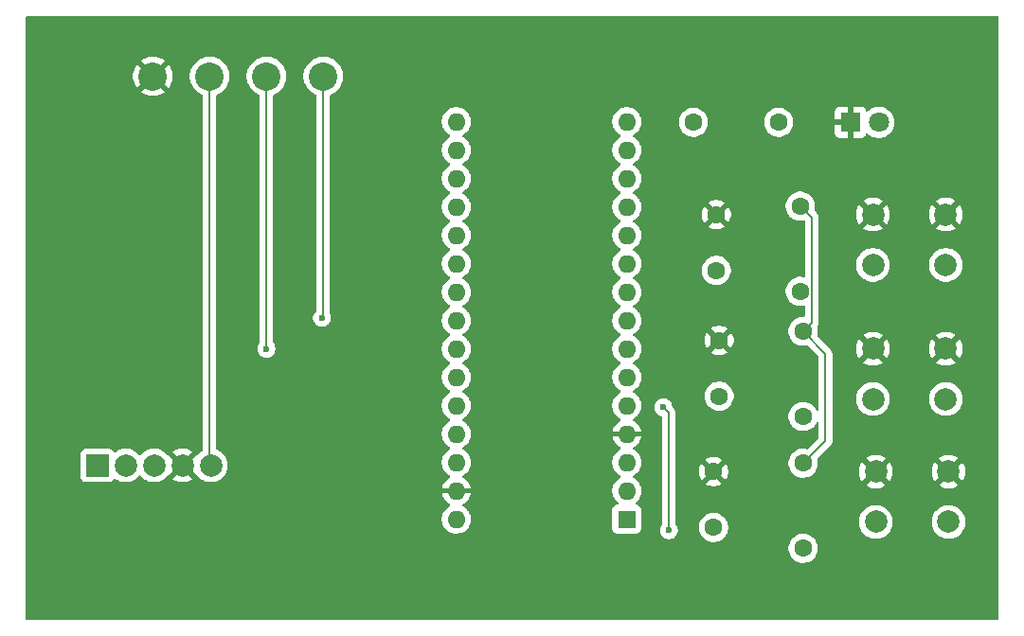
<source format=gbl>
G04 #@! TF.GenerationSoftware,KiCad,Pcbnew,9.0.3*
G04 #@! TF.CreationDate,2025-09-07T18:19:37+02:00*
G04 #@! TF.ProjectId,Design1,44657369-676e-4312-9e6b-696361645f70,rev?*
G04 #@! TF.SameCoordinates,Original*
G04 #@! TF.FileFunction,Copper,L4,Bot*
G04 #@! TF.FilePolarity,Positive*
%FSLAX46Y46*%
G04 Gerber Fmt 4.6, Leading zero omitted, Abs format (unit mm)*
G04 Created by KiCad (PCBNEW 9.0.3) date 2025-09-07 18:19:37*
%MOMM*%
%LPD*%
G01*
G04 APERTURE LIST*
G04 #@! TA.AperFunction,ComponentPad*
%ADD10C,1.600000*%
G04 #@! TD*
G04 #@! TA.AperFunction,ComponentPad*
%ADD11C,2.000000*%
G04 #@! TD*
G04 #@! TA.AperFunction,ComponentPad*
%ADD12C,2.540000*%
G04 #@! TD*
G04 #@! TA.AperFunction,ComponentPad*
%ADD13R,2.000000X2.000000*%
G04 #@! TD*
G04 #@! TA.AperFunction,ComponentPad*
%ADD14C,1.800000*%
G04 #@! TD*
G04 #@! TA.AperFunction,ComponentPad*
%ADD15R,1.800000X1.800000*%
G04 #@! TD*
G04 #@! TA.AperFunction,ComponentPad*
%ADD16R,1.600000X1.600000*%
G04 #@! TD*
G04 #@! TA.AperFunction,ComponentPad*
%ADD17O,1.600000X1.600000*%
G04 #@! TD*
G04 #@! TA.AperFunction,ViaPad*
%ADD18C,0.600000*%
G04 #@! TD*
G04 #@! TA.AperFunction,Conductor*
%ADD19C,0.200000*%
G04 #@! TD*
G04 APERTURE END LIST*
D10*
X133250000Y-88620000D03*
X133250000Y-81000000D03*
X125500000Y-109750000D03*
X125500000Y-104750000D03*
D11*
X140000000Y-104750000D03*
X146500000Y-104750000D03*
X140000000Y-109250000D03*
X146500000Y-109250000D03*
D10*
X125750000Y-86750000D03*
X125750000Y-81750000D03*
D11*
X139750000Y-81750000D03*
X146250000Y-81750000D03*
X139750000Y-86250000D03*
X146250000Y-86250000D03*
D10*
X133500000Y-111620000D03*
X133500000Y-104000000D03*
D12*
X90620000Y-69380000D03*
X85540000Y-69380000D03*
X80460000Y-69380000D03*
X75380000Y-69380000D03*
D11*
X80580000Y-104190000D03*
X78040000Y-104190000D03*
X75500000Y-104190000D03*
X72960000Y-104190000D03*
D13*
X70420000Y-104190000D03*
D11*
X146250000Y-98250000D03*
X139750000Y-98250000D03*
X146250000Y-93750000D03*
X139750000Y-93750000D03*
D10*
X131310000Y-73500000D03*
X123690000Y-73500000D03*
X133500000Y-99810000D03*
X133500000Y-92190000D03*
D14*
X140265000Y-73500000D03*
D15*
X137725000Y-73500000D03*
D10*
X126000000Y-93000000D03*
X126000000Y-98000000D03*
D16*
X117740000Y-109000000D03*
D17*
X117740000Y-106460000D03*
X117740000Y-103920000D03*
X117740000Y-101380000D03*
X117740000Y-98840000D03*
X117740000Y-96300000D03*
X117740000Y-93760000D03*
X117740000Y-91220000D03*
X117740000Y-88680000D03*
X117740000Y-86140000D03*
X117740000Y-83600000D03*
X117740000Y-81060000D03*
X117740000Y-78520000D03*
X117740000Y-75980000D03*
X117740000Y-73440000D03*
X102500000Y-73440000D03*
X102500000Y-75980000D03*
X102500000Y-78520000D03*
X102500000Y-81060000D03*
X102500000Y-83600000D03*
X102500000Y-86140000D03*
X102500000Y-88680000D03*
X102500000Y-91220000D03*
X102500000Y-93760000D03*
X102500000Y-96300000D03*
X102500000Y-98840000D03*
X102500000Y-101380000D03*
X102500000Y-103920000D03*
X102500000Y-106460000D03*
X102500000Y-109000000D03*
D18*
X90500000Y-91000000D03*
X85540000Y-93760000D03*
X121500000Y-110000000D03*
X121000000Y-99000000D03*
D19*
X85540000Y-93760000D02*
X85540000Y-69380000D01*
X90500000Y-91000000D02*
X90620000Y-90880000D01*
X90620000Y-90880000D02*
X90620000Y-69380000D01*
X80460000Y-104070000D02*
X80580000Y-104190000D01*
X80460000Y-69380000D02*
X80460000Y-104070000D01*
X134299999Y-82049999D02*
X133250000Y-81000000D01*
X134299999Y-91390001D02*
X134299999Y-82049999D01*
X133500000Y-92190000D02*
X134299999Y-91390001D01*
X135500000Y-94190000D02*
X133500000Y-92190000D01*
X135500000Y-102000000D02*
X135500000Y-94190000D01*
X133500000Y-104000000D02*
X135500000Y-102000000D01*
X121000000Y-99000000D02*
X121500000Y-99500000D01*
X121500000Y-99500000D02*
X121500000Y-110000000D01*
G04 #@! TA.AperFunction,Conductor*
G36*
X150942539Y-64020185D02*
G01*
X150988294Y-64072989D01*
X150999500Y-64124500D01*
X150999500Y-117875500D01*
X150979815Y-117942539D01*
X150927011Y-117988294D01*
X150875500Y-117999500D01*
X64124500Y-117999500D01*
X64057461Y-117979815D01*
X64011706Y-117927011D01*
X64000500Y-117875500D01*
X64000500Y-111517648D01*
X132199500Y-111517648D01*
X132199500Y-111722351D01*
X132231522Y-111924534D01*
X132294781Y-112119223D01*
X132387715Y-112301613D01*
X132508028Y-112467213D01*
X132652786Y-112611971D01*
X132807749Y-112724556D01*
X132818390Y-112732287D01*
X132934607Y-112791503D01*
X133000776Y-112825218D01*
X133000778Y-112825218D01*
X133000781Y-112825220D01*
X133105137Y-112859127D01*
X133195465Y-112888477D01*
X133296557Y-112904488D01*
X133397648Y-112920500D01*
X133397649Y-112920500D01*
X133602351Y-112920500D01*
X133602352Y-112920500D01*
X133804534Y-112888477D01*
X133999219Y-112825220D01*
X134181610Y-112732287D01*
X134274590Y-112664732D01*
X134347213Y-112611971D01*
X134347215Y-112611968D01*
X134347219Y-112611966D01*
X134491966Y-112467219D01*
X134491968Y-112467215D01*
X134491971Y-112467213D01*
X134544732Y-112394590D01*
X134612287Y-112301610D01*
X134705220Y-112119219D01*
X134768477Y-111924534D01*
X134800500Y-111722352D01*
X134800500Y-111517648D01*
X134768477Y-111315466D01*
X134705220Y-111120781D01*
X134705218Y-111120778D01*
X134705218Y-111120776D01*
X134620862Y-110955220D01*
X134612287Y-110938390D01*
X134604556Y-110927749D01*
X134491971Y-110772786D01*
X134347213Y-110628028D01*
X134181613Y-110507715D01*
X134181612Y-110507714D01*
X134181610Y-110507713D01*
X134124653Y-110478691D01*
X133999223Y-110414781D01*
X133804534Y-110351522D01*
X133629995Y-110323878D01*
X133602352Y-110319500D01*
X133397648Y-110319500D01*
X133373329Y-110323351D01*
X133195465Y-110351522D01*
X133000776Y-110414781D01*
X132818386Y-110507715D01*
X132652786Y-110628028D01*
X132508028Y-110772786D01*
X132387715Y-110938386D01*
X132294781Y-111120776D01*
X132231522Y-111315465D01*
X132199500Y-111517648D01*
X64000500Y-111517648D01*
X64000500Y-103142135D01*
X68919500Y-103142135D01*
X68919500Y-105237870D01*
X68919501Y-105237876D01*
X68925908Y-105297483D01*
X68976202Y-105432328D01*
X68976206Y-105432335D01*
X69062452Y-105547544D01*
X69062455Y-105547547D01*
X69177664Y-105633793D01*
X69177671Y-105633797D01*
X69312517Y-105684091D01*
X69312516Y-105684091D01*
X69319444Y-105684835D01*
X69372127Y-105690500D01*
X71467872Y-105690499D01*
X71527483Y-105684091D01*
X71662331Y-105633796D01*
X71777546Y-105547546D01*
X71863796Y-105432331D01*
X71863797Y-105432326D01*
X71868047Y-105424546D01*
X71871380Y-105426366D01*
X71902292Y-105384766D01*
X71967669Y-105360116D01*
X72035994Y-105374725D01*
X72049835Y-105383446D01*
X72173567Y-105473343D01*
X72178629Y-105475922D01*
X72384003Y-105580566D01*
X72384005Y-105580566D01*
X72384008Y-105580568D01*
X72484143Y-105613104D01*
X72608631Y-105653553D01*
X72841903Y-105690500D01*
X72841908Y-105690500D01*
X73078097Y-105690500D01*
X73311368Y-105653553D01*
X73312870Y-105653065D01*
X73535992Y-105580568D01*
X73746433Y-105473343D01*
X73937510Y-105334517D01*
X74104517Y-105167510D01*
X74129682Y-105132872D01*
X74185011Y-105090207D01*
X74254625Y-105084228D01*
X74316420Y-105116833D01*
X74330315Y-105132870D01*
X74355483Y-105167510D01*
X74522490Y-105334517D01*
X74713567Y-105473343D01*
X74718629Y-105475922D01*
X74924003Y-105580566D01*
X74924005Y-105580566D01*
X74924008Y-105580568D01*
X75024143Y-105613104D01*
X75148631Y-105653553D01*
X75381903Y-105690500D01*
X75381908Y-105690500D01*
X75618097Y-105690500D01*
X75851368Y-105653553D01*
X75852870Y-105653065D01*
X76075992Y-105580568D01*
X76286433Y-105473343D01*
X76477510Y-105334517D01*
X76644517Y-105167510D01*
X76691370Y-105103022D01*
X76695713Y-105098199D01*
X76720150Y-105083142D01*
X76742877Y-105065618D01*
X76750393Y-105064509D01*
X76755199Y-105061549D01*
X76768730Y-105061806D01*
X76797594Y-105057551D01*
X76817340Y-105059105D01*
X77450438Y-104426007D01*
X77477271Y-104490785D01*
X77546764Y-104594789D01*
X77635211Y-104683236D01*
X77739215Y-104752729D01*
X77803992Y-104779560D01*
X77170893Y-105412658D01*
X77253828Y-105472914D01*
X77464197Y-105580102D01*
X77688752Y-105653065D01*
X77688751Y-105653065D01*
X77921948Y-105690000D01*
X78158052Y-105690000D01*
X78391247Y-105653065D01*
X78615802Y-105580102D01*
X78826163Y-105472918D01*
X78826169Y-105472914D01*
X78909104Y-105412658D01*
X78909105Y-105412658D01*
X78276007Y-104779561D01*
X78340785Y-104752729D01*
X78444789Y-104683236D01*
X78533236Y-104594789D01*
X78602729Y-104490785D01*
X78629560Y-104426007D01*
X79262657Y-105059104D01*
X79282404Y-105057550D01*
X79350781Y-105071914D01*
X79392451Y-105108282D01*
X79435483Y-105167510D01*
X79602490Y-105334517D01*
X79793567Y-105473343D01*
X79798629Y-105475922D01*
X80004003Y-105580566D01*
X80004005Y-105580566D01*
X80004008Y-105580568D01*
X80104143Y-105613104D01*
X80228631Y-105653553D01*
X80461903Y-105690500D01*
X80461908Y-105690500D01*
X80698097Y-105690500D01*
X80931368Y-105653553D01*
X80932870Y-105653065D01*
X81155992Y-105580568D01*
X81366433Y-105473343D01*
X81557510Y-105334517D01*
X81724517Y-105167510D01*
X81863343Y-104976433D01*
X81970568Y-104765992D01*
X82043553Y-104541368D01*
X82050229Y-104499219D01*
X82080500Y-104308097D01*
X82080500Y-104071902D01*
X82043553Y-103838631D01*
X81978409Y-103638141D01*
X81970568Y-103614008D01*
X81970566Y-103614005D01*
X81970566Y-103614003D01*
X81895708Y-103467087D01*
X81863343Y-103403567D01*
X81724517Y-103212490D01*
X81557510Y-103045483D01*
X81366433Y-102906657D01*
X81155992Y-102799432D01*
X81146176Y-102796242D01*
X81088502Y-102756801D01*
X81061308Y-102692441D01*
X81060500Y-102678313D01*
X81060500Y-71130494D01*
X81080185Y-71063455D01*
X81132989Y-71017700D01*
X81137047Y-71015933D01*
X81244752Y-70971320D01*
X81445748Y-70855276D01*
X81629877Y-70713989D01*
X81793989Y-70549877D01*
X81935276Y-70365748D01*
X82051320Y-70164752D01*
X82140137Y-69950330D01*
X82200206Y-69726149D01*
X82230500Y-69496045D01*
X82230500Y-69263955D01*
X82230499Y-69263947D01*
X83769500Y-69263947D01*
X83769500Y-69496052D01*
X83799794Y-69726148D01*
X83859862Y-69950328D01*
X83948677Y-70164745D01*
X83948685Y-70164762D01*
X84064720Y-70365743D01*
X84064721Y-70365745D01*
X84206009Y-70549875D01*
X84206015Y-70549882D01*
X84370117Y-70713984D01*
X84370124Y-70713990D01*
X84554254Y-70855278D01*
X84554256Y-70855279D01*
X84755237Y-70971314D01*
X84755240Y-70971315D01*
X84755248Y-70971320D01*
X84862953Y-71015933D01*
X84917356Y-71059774D01*
X84939421Y-71126068D01*
X84939500Y-71130494D01*
X84939500Y-93180234D01*
X84919815Y-93247273D01*
X84918602Y-93249125D01*
X84830609Y-93380814D01*
X84830602Y-93380827D01*
X84770264Y-93526498D01*
X84770261Y-93526510D01*
X84739500Y-93681153D01*
X84739500Y-93838846D01*
X84770261Y-93993489D01*
X84770264Y-93993501D01*
X84830602Y-94139172D01*
X84830609Y-94139185D01*
X84918210Y-94270288D01*
X84918213Y-94270292D01*
X85029707Y-94381786D01*
X85029711Y-94381789D01*
X85160814Y-94469390D01*
X85160827Y-94469397D01*
X85306498Y-94529735D01*
X85306503Y-94529737D01*
X85461153Y-94560499D01*
X85461156Y-94560500D01*
X85461158Y-94560500D01*
X85618844Y-94560500D01*
X85618845Y-94560499D01*
X85773497Y-94529737D01*
X85919179Y-94469394D01*
X86050289Y-94381789D01*
X86161789Y-94270289D01*
X86249394Y-94139179D01*
X86309737Y-93993497D01*
X86340500Y-93838842D01*
X86340500Y-93681158D01*
X86340500Y-93681155D01*
X86340499Y-93681153D01*
X86339790Y-93677591D01*
X86309737Y-93526503D01*
X86280313Y-93455466D01*
X86249397Y-93380827D01*
X86249390Y-93380814D01*
X86161398Y-93249125D01*
X86140520Y-93182447D01*
X86140500Y-93180234D01*
X86140500Y-71130494D01*
X86160185Y-71063455D01*
X86212989Y-71017700D01*
X86217047Y-71015933D01*
X86324752Y-70971320D01*
X86525748Y-70855276D01*
X86709877Y-70713989D01*
X86873989Y-70549877D01*
X87015276Y-70365748D01*
X87131320Y-70164752D01*
X87220137Y-69950330D01*
X87280206Y-69726149D01*
X87310500Y-69496045D01*
X87310500Y-69263955D01*
X87310499Y-69263947D01*
X88849500Y-69263947D01*
X88849500Y-69496052D01*
X88879794Y-69726148D01*
X88939862Y-69950328D01*
X89028677Y-70164745D01*
X89028685Y-70164762D01*
X89144720Y-70365743D01*
X89144721Y-70365745D01*
X89286009Y-70549875D01*
X89286015Y-70549882D01*
X89450117Y-70713984D01*
X89450124Y-70713990D01*
X89634254Y-70855278D01*
X89634256Y-70855279D01*
X89835237Y-70971314D01*
X89835240Y-70971315D01*
X89835248Y-70971320D01*
X89942953Y-71015933D01*
X89997356Y-71059774D01*
X90019421Y-71126068D01*
X90019500Y-71130494D01*
X90019500Y-90297059D01*
X89999815Y-90364098D01*
X89983181Y-90384740D01*
X89878213Y-90489707D01*
X89878210Y-90489711D01*
X89790609Y-90620814D01*
X89790602Y-90620827D01*
X89730264Y-90766498D01*
X89730261Y-90766510D01*
X89699500Y-90921153D01*
X89699500Y-91078846D01*
X89730261Y-91233489D01*
X89730264Y-91233501D01*
X89790602Y-91379172D01*
X89790609Y-91379185D01*
X89878210Y-91510288D01*
X89878213Y-91510292D01*
X89989707Y-91621786D01*
X89989711Y-91621789D01*
X90120814Y-91709390D01*
X90120827Y-91709397D01*
X90239898Y-91758717D01*
X90266503Y-91769737D01*
X90413059Y-91798889D01*
X90421153Y-91800499D01*
X90421156Y-91800500D01*
X90421158Y-91800500D01*
X90578844Y-91800500D01*
X90578845Y-91800499D01*
X90733497Y-91769737D01*
X90879179Y-91709394D01*
X91010289Y-91621789D01*
X91121789Y-91510289D01*
X91209394Y-91379179D01*
X91269737Y-91233497D01*
X91300500Y-91078842D01*
X91300500Y-90921158D01*
X91300500Y-90921155D01*
X91300499Y-90921153D01*
X91269739Y-90766511D01*
X91269736Y-90766501D01*
X91269321Y-90765500D01*
X91229939Y-90670421D01*
X91220500Y-90622969D01*
X91220500Y-73337648D01*
X101199500Y-73337648D01*
X101199500Y-73542352D01*
X101203878Y-73569995D01*
X101231522Y-73744534D01*
X101294781Y-73939223D01*
X101387715Y-74121613D01*
X101508028Y-74287213D01*
X101652786Y-74431971D01*
X101770761Y-74517683D01*
X101818390Y-74552287D01*
X101909840Y-74598883D01*
X101911080Y-74599515D01*
X101961876Y-74647490D01*
X101978671Y-74715311D01*
X101956134Y-74781446D01*
X101911080Y-74820485D01*
X101818386Y-74867715D01*
X101652786Y-74988028D01*
X101508028Y-75132786D01*
X101387715Y-75298386D01*
X101294781Y-75480776D01*
X101231522Y-75675465D01*
X101199500Y-75877648D01*
X101199500Y-76082351D01*
X101231522Y-76284534D01*
X101294781Y-76479223D01*
X101387715Y-76661613D01*
X101508028Y-76827213D01*
X101652786Y-76971971D01*
X101807749Y-77084556D01*
X101818390Y-77092287D01*
X101909840Y-77138883D01*
X101911080Y-77139515D01*
X101961876Y-77187490D01*
X101978671Y-77255311D01*
X101956134Y-77321446D01*
X101911080Y-77360485D01*
X101818386Y-77407715D01*
X101652786Y-77528028D01*
X101508028Y-77672786D01*
X101387715Y-77838386D01*
X101294781Y-78020776D01*
X101231522Y-78215465D01*
X101199500Y-78417648D01*
X101199500Y-78622351D01*
X101231522Y-78824534D01*
X101294781Y-79019223D01*
X101387715Y-79201613D01*
X101508028Y-79367213D01*
X101652786Y-79511971D01*
X101807749Y-79624556D01*
X101818390Y-79632287D01*
X101909840Y-79678883D01*
X101911080Y-79679515D01*
X101961876Y-79727490D01*
X101978671Y-79795311D01*
X101956134Y-79861446D01*
X101911080Y-79900485D01*
X101818386Y-79947715D01*
X101652786Y-80068028D01*
X101508028Y-80212786D01*
X101387715Y-80378386D01*
X101294781Y-80560776D01*
X101231522Y-80755465D01*
X101199500Y-80957648D01*
X101199500Y-81162351D01*
X101231522Y-81364534D01*
X101294781Y-81559223D01*
X101387715Y-81741613D01*
X101508028Y-81907213D01*
X101652786Y-82051971D01*
X101787714Y-82150000D01*
X101818390Y-82172287D01*
X101883021Y-82205218D01*
X101911080Y-82219515D01*
X101961876Y-82267490D01*
X101978671Y-82335311D01*
X101956134Y-82401446D01*
X101911080Y-82440485D01*
X101818386Y-82487715D01*
X101652786Y-82608028D01*
X101508028Y-82752786D01*
X101387715Y-82918386D01*
X101294781Y-83100776D01*
X101231522Y-83295465D01*
X101199500Y-83497648D01*
X101199500Y-83702351D01*
X101231522Y-83904534D01*
X101294781Y-84099223D01*
X101387715Y-84281613D01*
X101508028Y-84447213D01*
X101652786Y-84591971D01*
X101807749Y-84704556D01*
X101818390Y-84712287D01*
X101891425Y-84749500D01*
X101911080Y-84759515D01*
X101961876Y-84807490D01*
X101978671Y-84875311D01*
X101956134Y-84941446D01*
X101911080Y-84980485D01*
X101818386Y-85027715D01*
X101652786Y-85148028D01*
X101508028Y-85292786D01*
X101387715Y-85458386D01*
X101294781Y-85640776D01*
X101231522Y-85835465D01*
X101199500Y-86037648D01*
X101199500Y-86242351D01*
X101231522Y-86444534D01*
X101294781Y-86639223D01*
X101387715Y-86821613D01*
X101508028Y-86987213D01*
X101652786Y-87131971D01*
X101784287Y-87227510D01*
X101818390Y-87252287D01*
X101904843Y-87296337D01*
X101911080Y-87299515D01*
X101961876Y-87347490D01*
X101978671Y-87415311D01*
X101956134Y-87481446D01*
X101911080Y-87520485D01*
X101818386Y-87567715D01*
X101652786Y-87688028D01*
X101508028Y-87832786D01*
X101387715Y-87998386D01*
X101294781Y-88180776D01*
X101231522Y-88375465D01*
X101199500Y-88577648D01*
X101199500Y-88782351D01*
X101231522Y-88984534D01*
X101294781Y-89179223D01*
X101387715Y-89361613D01*
X101508028Y-89527213D01*
X101652786Y-89671971D01*
X101735806Y-89732287D01*
X101818390Y-89792287D01*
X101883021Y-89825218D01*
X101911080Y-89839515D01*
X101961876Y-89887490D01*
X101978671Y-89955311D01*
X101956134Y-90021446D01*
X101911080Y-90060485D01*
X101818386Y-90107715D01*
X101652786Y-90228028D01*
X101508028Y-90372786D01*
X101387715Y-90538386D01*
X101294781Y-90720776D01*
X101231522Y-90915465D01*
X101220544Y-90984781D01*
X101199500Y-91117648D01*
X101199500Y-91322352D01*
X101203878Y-91349995D01*
X101231522Y-91524534D01*
X101294781Y-91719223D01*
X101358691Y-91844653D01*
X101380853Y-91888147D01*
X101387715Y-91901613D01*
X101508028Y-92067213D01*
X101652786Y-92211971D01*
X101799612Y-92318644D01*
X101818390Y-92332287D01*
X101872578Y-92359897D01*
X101911080Y-92379515D01*
X101961876Y-92427490D01*
X101978671Y-92495311D01*
X101956134Y-92561446D01*
X101911080Y-92600485D01*
X101818386Y-92647715D01*
X101652786Y-92768028D01*
X101508028Y-92912786D01*
X101387715Y-93078386D01*
X101294781Y-93260776D01*
X101231522Y-93455465D01*
X101199500Y-93657648D01*
X101199500Y-93862351D01*
X101231522Y-94064534D01*
X101294781Y-94259223D01*
X101357231Y-94381786D01*
X101386248Y-94438735D01*
X101387715Y-94441613D01*
X101508028Y-94607213D01*
X101652786Y-94751971D01*
X101807749Y-94864556D01*
X101818390Y-94872287D01*
X101909840Y-94918883D01*
X101911080Y-94919515D01*
X101961876Y-94967490D01*
X101978671Y-95035311D01*
X101956134Y-95101446D01*
X101911080Y-95140485D01*
X101818386Y-95187715D01*
X101652786Y-95308028D01*
X101508028Y-95452786D01*
X101387715Y-95618386D01*
X101294781Y-95800776D01*
X101231522Y-95995465D01*
X101199500Y-96197648D01*
X101199500Y-96402351D01*
X101231522Y-96604534D01*
X101294781Y-96799223D01*
X101387715Y-96981613D01*
X101508028Y-97147213D01*
X101652786Y-97291971D01*
X101807749Y-97404556D01*
X101818390Y-97412287D01*
X101909840Y-97458883D01*
X101911080Y-97459515D01*
X101961876Y-97507490D01*
X101978671Y-97575311D01*
X101956134Y-97641446D01*
X101911080Y-97680485D01*
X101818386Y-97727715D01*
X101652786Y-97848028D01*
X101508028Y-97992786D01*
X101387715Y-98158386D01*
X101294781Y-98340776D01*
X101231522Y-98535465D01*
X101208375Y-98681613D01*
X101199500Y-98737648D01*
X101199500Y-98942352D01*
X101203878Y-98969995D01*
X101231522Y-99144534D01*
X101294781Y-99339223D01*
X101336421Y-99420944D01*
X101381946Y-99510292D01*
X101387715Y-99521613D01*
X101508028Y-99687213D01*
X101652786Y-99831971D01*
X101807749Y-99944556D01*
X101818390Y-99952287D01*
X101909840Y-99998883D01*
X101911080Y-99999515D01*
X101961876Y-100047490D01*
X101978671Y-100115311D01*
X101956134Y-100181446D01*
X101911080Y-100220485D01*
X101818386Y-100267715D01*
X101652786Y-100388028D01*
X101508028Y-100532786D01*
X101387715Y-100698386D01*
X101294781Y-100880776D01*
X101231522Y-101075465D01*
X101199500Y-101277648D01*
X101199500Y-101482351D01*
X101231522Y-101684534D01*
X101294781Y-101879223D01*
X101387715Y-102061613D01*
X101508028Y-102227213D01*
X101652786Y-102371971D01*
X101802194Y-102480520D01*
X101818390Y-102492287D01*
X101909840Y-102538883D01*
X101911080Y-102539515D01*
X101961876Y-102587490D01*
X101978671Y-102655311D01*
X101956134Y-102721446D01*
X101911080Y-102760485D01*
X101818386Y-102807715D01*
X101652786Y-102928028D01*
X101508028Y-103072786D01*
X101387715Y-103238386D01*
X101294781Y-103420776D01*
X101231522Y-103615465D01*
X101199500Y-103817648D01*
X101199500Y-104022351D01*
X101231522Y-104224534D01*
X101294781Y-104419223D01*
X101335542Y-104499219D01*
X101372004Y-104570780D01*
X101387715Y-104601613D01*
X101508028Y-104767213D01*
X101652786Y-104911971D01*
X101807749Y-105024556D01*
X101818390Y-105032287D01*
X101881629Y-105064509D01*
X101911629Y-105079795D01*
X101962425Y-105127770D01*
X101979220Y-105195591D01*
X101956682Y-105261726D01*
X101911629Y-105300765D01*
X101818650Y-105348140D01*
X101653105Y-105468417D01*
X101653104Y-105468417D01*
X101508417Y-105613104D01*
X101508417Y-105613105D01*
X101388140Y-105778650D01*
X101295244Y-105960970D01*
X101232009Y-106155586D01*
X101223391Y-106210000D01*
X102066988Y-106210000D01*
X102034075Y-106267007D01*
X102000000Y-106394174D01*
X102000000Y-106525826D01*
X102034075Y-106652993D01*
X102066988Y-106710000D01*
X101223391Y-106710000D01*
X101232009Y-106764413D01*
X101295244Y-106959029D01*
X101388140Y-107141349D01*
X101508417Y-107306894D01*
X101508417Y-107306895D01*
X101653104Y-107451582D01*
X101818652Y-107571861D01*
X101911628Y-107619234D01*
X101962425Y-107667208D01*
X101979220Y-107735029D01*
X101956683Y-107801164D01*
X101911630Y-107840203D01*
X101818388Y-107887713D01*
X101652786Y-108008028D01*
X101508028Y-108152786D01*
X101387715Y-108318386D01*
X101294781Y-108500776D01*
X101231522Y-108695465D01*
X101199500Y-108897648D01*
X101199500Y-109102351D01*
X101231522Y-109304534D01*
X101294781Y-109499223D01*
X101356736Y-109620814D01*
X101370408Y-109647648D01*
X101387715Y-109681613D01*
X101508028Y-109847213D01*
X101652786Y-109991971D01*
X101772359Y-110078844D01*
X101818390Y-110112287D01*
X101907212Y-110157544D01*
X102000776Y-110205218D01*
X102000778Y-110205218D01*
X102000781Y-110205220D01*
X102069383Y-110227510D01*
X102195465Y-110268477D01*
X102296557Y-110284488D01*
X102397648Y-110300500D01*
X102397649Y-110300500D01*
X102602351Y-110300500D01*
X102602352Y-110300500D01*
X102804534Y-110268477D01*
X102999219Y-110205220D01*
X103181610Y-110112287D01*
X103286015Y-110036433D01*
X103347213Y-109991971D01*
X103347215Y-109991968D01*
X103347219Y-109991966D01*
X103491966Y-109847219D01*
X103491968Y-109847215D01*
X103491971Y-109847213D01*
X103550613Y-109766498D01*
X103612287Y-109681610D01*
X103705220Y-109499219D01*
X103768477Y-109304534D01*
X103800500Y-109102352D01*
X103800500Y-108897648D01*
X103768477Y-108695466D01*
X103705220Y-108500781D01*
X103705218Y-108500778D01*
X103705218Y-108500776D01*
X103671503Y-108434607D01*
X103612287Y-108318390D01*
X103578937Y-108272487D01*
X103491971Y-108152786D01*
X103347213Y-108008028D01*
X103181611Y-107887713D01*
X103088369Y-107840203D01*
X103037574Y-107792229D01*
X103020779Y-107724407D01*
X103043317Y-107658273D01*
X103088371Y-107619234D01*
X103181347Y-107571861D01*
X103346894Y-107451582D01*
X103346895Y-107451582D01*
X103491582Y-107306895D01*
X103491582Y-107306894D01*
X103611859Y-107141349D01*
X103704755Y-106959029D01*
X103767990Y-106764413D01*
X103776609Y-106710000D01*
X102933012Y-106710000D01*
X102965925Y-106652993D01*
X103000000Y-106525826D01*
X103000000Y-106394174D01*
X102965925Y-106267007D01*
X102933012Y-106210000D01*
X103776609Y-106210000D01*
X103767990Y-106155586D01*
X103704755Y-105960970D01*
X103611859Y-105778650D01*
X103491582Y-105613105D01*
X103491582Y-105613104D01*
X103346895Y-105468417D01*
X103181349Y-105348140D01*
X103088370Y-105300765D01*
X103037574Y-105252790D01*
X103020779Y-105184969D01*
X103043316Y-105118835D01*
X103088370Y-105079795D01*
X103088920Y-105079515D01*
X103181610Y-105032287D01*
X103202770Y-105016913D01*
X103347213Y-104911971D01*
X103347215Y-104911968D01*
X103347219Y-104911966D01*
X103491966Y-104767219D01*
X103491968Y-104767215D01*
X103491971Y-104767213D01*
X103590246Y-104631947D01*
X103612287Y-104601610D01*
X103705220Y-104419219D01*
X103768477Y-104224534D01*
X103800500Y-104022352D01*
X103800500Y-103817648D01*
X103778881Y-103681154D01*
X103768477Y-103615465D01*
X103739127Y-103525137D01*
X103705220Y-103420781D01*
X103705218Y-103420778D01*
X103705218Y-103420776D01*
X103655300Y-103322808D01*
X103612287Y-103238390D01*
X103550093Y-103152786D01*
X103491971Y-103072786D01*
X103347213Y-102928028D01*
X103181614Y-102807715D01*
X103159097Y-102796242D01*
X103088917Y-102760483D01*
X103038123Y-102712511D01*
X103021328Y-102644690D01*
X103043865Y-102578555D01*
X103088917Y-102539516D01*
X103181610Y-102492287D01*
X103202770Y-102476913D01*
X103347213Y-102371971D01*
X103347215Y-102371968D01*
X103347219Y-102371966D01*
X103491966Y-102227219D01*
X103491968Y-102227215D01*
X103491971Y-102227213D01*
X103544732Y-102154590D01*
X103612287Y-102061610D01*
X103705220Y-101879219D01*
X103768477Y-101684534D01*
X103800500Y-101482352D01*
X103800500Y-101277648D01*
X103786144Y-101187007D01*
X103768477Y-101075465D01*
X103705218Y-100880776D01*
X103612419Y-100698650D01*
X103612287Y-100698390D01*
X103582375Y-100657219D01*
X103491971Y-100532786D01*
X103347213Y-100388028D01*
X103181614Y-100267715D01*
X103175006Y-100264348D01*
X103088917Y-100220483D01*
X103038123Y-100172511D01*
X103021328Y-100104690D01*
X103043865Y-100038555D01*
X103088917Y-99999516D01*
X103181610Y-99952287D01*
X103236578Y-99912351D01*
X103347213Y-99831971D01*
X103347215Y-99831968D01*
X103347219Y-99831966D01*
X103491966Y-99687219D01*
X103491968Y-99687215D01*
X103491971Y-99687213D01*
X103563282Y-99589060D01*
X103612287Y-99521610D01*
X103705220Y-99339219D01*
X103768477Y-99144534D01*
X103800500Y-98942352D01*
X103800500Y-98737648D01*
X103779456Y-98604781D01*
X103768477Y-98535465D01*
X103717381Y-98378210D01*
X103705220Y-98340781D01*
X103705218Y-98340778D01*
X103705218Y-98340776D01*
X103671503Y-98274607D01*
X103612287Y-98158390D01*
X103593047Y-98131908D01*
X103491971Y-97992786D01*
X103347213Y-97848028D01*
X103181614Y-97727715D01*
X103175006Y-97724348D01*
X103088917Y-97680483D01*
X103038123Y-97632511D01*
X103021328Y-97564690D01*
X103043865Y-97498555D01*
X103088917Y-97459516D01*
X103181610Y-97412287D01*
X103202770Y-97396913D01*
X103347213Y-97291971D01*
X103347215Y-97291968D01*
X103347219Y-97291966D01*
X103491966Y-97147219D01*
X103491968Y-97147215D01*
X103491971Y-97147213D01*
X103544732Y-97074590D01*
X103612287Y-96981610D01*
X103705220Y-96799219D01*
X103768477Y-96604534D01*
X103800500Y-96402352D01*
X103800500Y-96197648D01*
X103768477Y-95995466D01*
X103705220Y-95800781D01*
X103705218Y-95800778D01*
X103705218Y-95800776D01*
X103671503Y-95734607D01*
X103612287Y-95618390D01*
X103604556Y-95607749D01*
X103491971Y-95452786D01*
X103347213Y-95308028D01*
X103181614Y-95187715D01*
X103175006Y-95184348D01*
X103088917Y-95140483D01*
X103038123Y-95092511D01*
X103021328Y-95024690D01*
X103043865Y-94958555D01*
X103088917Y-94919516D01*
X103181610Y-94872287D01*
X103202770Y-94856913D01*
X103347213Y-94751971D01*
X103347215Y-94751968D01*
X103347219Y-94751966D01*
X103491966Y-94607219D01*
X103491968Y-94607215D01*
X103491971Y-94607213D01*
X103548259Y-94529738D01*
X103612287Y-94441610D01*
X103705220Y-94259219D01*
X103768477Y-94064534D01*
X103800500Y-93862352D01*
X103800500Y-93657648D01*
X103781503Y-93537708D01*
X103768477Y-93455465D01*
X103705218Y-93260776D01*
X103624478Y-93102317D01*
X103612287Y-93078390D01*
X103582375Y-93037219D01*
X103491971Y-92912786D01*
X103347213Y-92768028D01*
X103181614Y-92647715D01*
X103156349Y-92634842D01*
X103088917Y-92600483D01*
X103038123Y-92552511D01*
X103021328Y-92484690D01*
X103043865Y-92418555D01*
X103088917Y-92379516D01*
X103181610Y-92332287D01*
X103261730Y-92274077D01*
X103347213Y-92211971D01*
X103347215Y-92211968D01*
X103347219Y-92211966D01*
X103491966Y-92067219D01*
X103491968Y-92067215D01*
X103491971Y-92067213D01*
X103598545Y-91920524D01*
X103612287Y-91901610D01*
X103705220Y-91719219D01*
X103768477Y-91524534D01*
X103800500Y-91322352D01*
X103800500Y-91117648D01*
X103779456Y-90984781D01*
X103768477Y-90915465D01*
X103739127Y-90825137D01*
X103705220Y-90720781D01*
X103705218Y-90720778D01*
X103705218Y-90720776D01*
X103654291Y-90620827D01*
X103612287Y-90538390D01*
X103576917Y-90489707D01*
X103491971Y-90372786D01*
X103347213Y-90228028D01*
X103181614Y-90107715D01*
X103175006Y-90104348D01*
X103088917Y-90060483D01*
X103038123Y-90012511D01*
X103021328Y-89944690D01*
X103043865Y-89878555D01*
X103088917Y-89839516D01*
X103181610Y-89792287D01*
X103264198Y-89732284D01*
X103347213Y-89671971D01*
X103347215Y-89671968D01*
X103347219Y-89671966D01*
X103491966Y-89527219D01*
X103491968Y-89527215D01*
X103491971Y-89527213D01*
X103544732Y-89454590D01*
X103612287Y-89361610D01*
X103705220Y-89179219D01*
X103768477Y-88984534D01*
X103800500Y-88782352D01*
X103800500Y-88577648D01*
X103768477Y-88375466D01*
X103748981Y-88315465D01*
X103705218Y-88180776D01*
X103638838Y-88050500D01*
X103612287Y-87998390D01*
X103604556Y-87987749D01*
X103491971Y-87832786D01*
X103347213Y-87688028D01*
X103181614Y-87567715D01*
X103175006Y-87564348D01*
X103088917Y-87520483D01*
X103038123Y-87472511D01*
X103021328Y-87404690D01*
X103043865Y-87338555D01*
X103088917Y-87299516D01*
X103181610Y-87252287D01*
X103215713Y-87227510D01*
X103347213Y-87131971D01*
X103347215Y-87131968D01*
X103347219Y-87131966D01*
X103491966Y-86987219D01*
X103491968Y-86987215D01*
X103491971Y-86987213D01*
X103544732Y-86914590D01*
X103612287Y-86821610D01*
X103705220Y-86639219D01*
X103768477Y-86444534D01*
X103800500Y-86242352D01*
X103800500Y-86037648D01*
X103768477Y-85835466D01*
X103705220Y-85640781D01*
X103705218Y-85640778D01*
X103705218Y-85640776D01*
X103656305Y-85544780D01*
X103612287Y-85458390D01*
X103604556Y-85447749D01*
X103491971Y-85292786D01*
X103347213Y-85148028D01*
X103181614Y-85027715D01*
X103175006Y-85024348D01*
X103088917Y-84980483D01*
X103038123Y-84932511D01*
X103021328Y-84864690D01*
X103043865Y-84798555D01*
X103088917Y-84759516D01*
X103181610Y-84712287D01*
X103202770Y-84696913D01*
X103347213Y-84591971D01*
X103347215Y-84591968D01*
X103347219Y-84591966D01*
X103491966Y-84447219D01*
X103491968Y-84447215D01*
X103491971Y-84447213D01*
X103544732Y-84374590D01*
X103612287Y-84281610D01*
X103705220Y-84099219D01*
X103768477Y-83904534D01*
X103800500Y-83702352D01*
X103800500Y-83497648D01*
X103768477Y-83295466D01*
X103705220Y-83100781D01*
X103705218Y-83100778D01*
X103705218Y-83100776D01*
X103663036Y-83017990D01*
X103612287Y-82918390D01*
X103604556Y-82907749D01*
X103491971Y-82752786D01*
X103347213Y-82608028D01*
X103181614Y-82487715D01*
X103158467Y-82475921D01*
X103088917Y-82440483D01*
X103038123Y-82392511D01*
X103021328Y-82324690D01*
X103043865Y-82258555D01*
X103088917Y-82219516D01*
X103181610Y-82172287D01*
X103279389Y-82101247D01*
X103347213Y-82051971D01*
X103347215Y-82051968D01*
X103347219Y-82051966D01*
X103491966Y-81907219D01*
X103491968Y-81907215D01*
X103491971Y-81907213D01*
X103544732Y-81834590D01*
X103612287Y-81741610D01*
X103705220Y-81559219D01*
X103768477Y-81364534D01*
X103800500Y-81162352D01*
X103800500Y-80957648D01*
X103768477Y-80755466D01*
X103768476Y-80755464D01*
X103705218Y-80560776D01*
X103671503Y-80494607D01*
X103612287Y-80378390D01*
X103568692Y-80318386D01*
X103491971Y-80212786D01*
X103347213Y-80068028D01*
X103181614Y-79947715D01*
X103175006Y-79944348D01*
X103088917Y-79900483D01*
X103038123Y-79852511D01*
X103021328Y-79784690D01*
X103043865Y-79718555D01*
X103088917Y-79679516D01*
X103181610Y-79632287D01*
X103202770Y-79616913D01*
X103347213Y-79511971D01*
X103347215Y-79511968D01*
X103347219Y-79511966D01*
X103491966Y-79367219D01*
X103491968Y-79367215D01*
X103491971Y-79367213D01*
X103544732Y-79294590D01*
X103612287Y-79201610D01*
X103705220Y-79019219D01*
X103768477Y-78824534D01*
X103800500Y-78622352D01*
X103800500Y-78417648D01*
X103768477Y-78215466D01*
X103705220Y-78020781D01*
X103705218Y-78020778D01*
X103705218Y-78020776D01*
X103671503Y-77954607D01*
X103612287Y-77838390D01*
X103604556Y-77827749D01*
X103491971Y-77672786D01*
X103347213Y-77528028D01*
X103181614Y-77407715D01*
X103175006Y-77404348D01*
X103088917Y-77360483D01*
X103038123Y-77312511D01*
X103021328Y-77244690D01*
X103043865Y-77178555D01*
X103088917Y-77139516D01*
X103181610Y-77092287D01*
X103202770Y-77076913D01*
X103347213Y-76971971D01*
X103347215Y-76971968D01*
X103347219Y-76971966D01*
X103491966Y-76827219D01*
X103491968Y-76827215D01*
X103491971Y-76827213D01*
X103544732Y-76754590D01*
X103612287Y-76661610D01*
X103705220Y-76479219D01*
X103768477Y-76284534D01*
X103800500Y-76082352D01*
X103800500Y-75877648D01*
X103768477Y-75675466D01*
X103705220Y-75480781D01*
X103705218Y-75480778D01*
X103705218Y-75480776D01*
X103671503Y-75414607D01*
X103612287Y-75298390D01*
X103604556Y-75287749D01*
X103491971Y-75132786D01*
X103347213Y-74988028D01*
X103181614Y-74867715D01*
X103175006Y-74864348D01*
X103088917Y-74820483D01*
X103038123Y-74772511D01*
X103021328Y-74704690D01*
X103043865Y-74638555D01*
X103088917Y-74599516D01*
X103181610Y-74552287D01*
X103245186Y-74506097D01*
X103347213Y-74431971D01*
X103347215Y-74431968D01*
X103347219Y-74431966D01*
X103491966Y-74287219D01*
X103491968Y-74287215D01*
X103491971Y-74287213D01*
X103544732Y-74214590D01*
X103612287Y-74121610D01*
X103705220Y-73939219D01*
X103768477Y-73744534D01*
X103800500Y-73542352D01*
X103800500Y-73337648D01*
X116439500Y-73337648D01*
X116439500Y-73542352D01*
X116443878Y-73569995D01*
X116471522Y-73744534D01*
X116534781Y-73939223D01*
X116627715Y-74121613D01*
X116748028Y-74287213D01*
X116892786Y-74431971D01*
X117010761Y-74517683D01*
X117058390Y-74552287D01*
X117149840Y-74598883D01*
X117151080Y-74599515D01*
X117201876Y-74647490D01*
X117218671Y-74715311D01*
X117196134Y-74781446D01*
X117151080Y-74820485D01*
X117058386Y-74867715D01*
X116892786Y-74988028D01*
X116748028Y-75132786D01*
X116627715Y-75298386D01*
X116534781Y-75480776D01*
X116471522Y-75675465D01*
X116439500Y-75877648D01*
X116439500Y-76082351D01*
X116471522Y-76284534D01*
X116534781Y-76479223D01*
X116627715Y-76661613D01*
X116748028Y-76827213D01*
X116892786Y-76971971D01*
X117047749Y-77084556D01*
X117058390Y-77092287D01*
X117149840Y-77138883D01*
X117151080Y-77139515D01*
X117201876Y-77187490D01*
X117218671Y-77255311D01*
X117196134Y-77321446D01*
X117151080Y-77360485D01*
X117058386Y-77407715D01*
X116892786Y-77528028D01*
X116748028Y-77672786D01*
X116627715Y-77838386D01*
X116534781Y-78020776D01*
X116471522Y-78215465D01*
X116439500Y-78417648D01*
X116439500Y-78622351D01*
X116471522Y-78824534D01*
X116534781Y-79019223D01*
X116627715Y-79201613D01*
X116748028Y-79367213D01*
X116892786Y-79511971D01*
X117047749Y-79624556D01*
X117058390Y-79632287D01*
X117149840Y-79678883D01*
X117151080Y-79679515D01*
X117201876Y-79727490D01*
X117218671Y-79795311D01*
X117196134Y-79861446D01*
X117151080Y-79900485D01*
X117058386Y-79947715D01*
X116892786Y-80068028D01*
X116748028Y-80212786D01*
X116627715Y-80378386D01*
X116534781Y-80560776D01*
X116471522Y-80755465D01*
X116439500Y-80957648D01*
X116439500Y-81162351D01*
X116471522Y-81364534D01*
X116534781Y-81559223D01*
X116627715Y-81741613D01*
X116748028Y-81907213D01*
X116892786Y-82051971D01*
X117027714Y-82150000D01*
X117058390Y-82172287D01*
X117123021Y-82205218D01*
X117151080Y-82219515D01*
X117201876Y-82267490D01*
X117218671Y-82335311D01*
X117196134Y-82401446D01*
X117151080Y-82440485D01*
X117058386Y-82487715D01*
X116892786Y-82608028D01*
X116748028Y-82752786D01*
X116627715Y-82918386D01*
X116534781Y-83100776D01*
X116471522Y-83295465D01*
X116439500Y-83497648D01*
X116439500Y-83702351D01*
X116471522Y-83904534D01*
X116534781Y-84099223D01*
X116627715Y-84281613D01*
X116748028Y-84447213D01*
X116892786Y-84591971D01*
X117047749Y-84704556D01*
X117058390Y-84712287D01*
X117131425Y-84749500D01*
X117151080Y-84759515D01*
X117201876Y-84807490D01*
X117218671Y-84875311D01*
X117196134Y-84941446D01*
X117151080Y-84980485D01*
X117058386Y-85027715D01*
X116892786Y-85148028D01*
X116748028Y-85292786D01*
X116627715Y-85458386D01*
X116534781Y-85640776D01*
X116471522Y-85835465D01*
X116439500Y-86037648D01*
X116439500Y-86242351D01*
X116471522Y-86444534D01*
X116534781Y-86639223D01*
X116627715Y-86821613D01*
X116748028Y-86987213D01*
X116892786Y-87131971D01*
X117024287Y-87227510D01*
X117058390Y-87252287D01*
X117144843Y-87296337D01*
X117151080Y-87299515D01*
X117201876Y-87347490D01*
X117218671Y-87415311D01*
X117196134Y-87481446D01*
X117151080Y-87520485D01*
X117058386Y-87567715D01*
X116892786Y-87688028D01*
X116748028Y-87832786D01*
X116627715Y-87998386D01*
X116534781Y-88180776D01*
X116471522Y-88375465D01*
X116439500Y-88577648D01*
X116439500Y-88782351D01*
X116471522Y-88984534D01*
X116534781Y-89179223D01*
X116627715Y-89361613D01*
X116748028Y-89527213D01*
X116892786Y-89671971D01*
X116975806Y-89732287D01*
X117058390Y-89792287D01*
X117123021Y-89825218D01*
X117151080Y-89839515D01*
X117201876Y-89887490D01*
X117218671Y-89955311D01*
X117196134Y-90021446D01*
X117151080Y-90060485D01*
X117058386Y-90107715D01*
X116892786Y-90228028D01*
X116748028Y-90372786D01*
X116627715Y-90538386D01*
X116534781Y-90720776D01*
X116471522Y-90915465D01*
X116460544Y-90984781D01*
X116439500Y-91117648D01*
X116439500Y-91322352D01*
X116443878Y-91349995D01*
X116471522Y-91524534D01*
X116534781Y-91719223D01*
X116598691Y-91844653D01*
X116620853Y-91888147D01*
X116627715Y-91901613D01*
X116748028Y-92067213D01*
X116892786Y-92211971D01*
X117039612Y-92318644D01*
X117058390Y-92332287D01*
X117112578Y-92359897D01*
X117151080Y-92379515D01*
X117201876Y-92427490D01*
X117218671Y-92495311D01*
X117196134Y-92561446D01*
X117151080Y-92600485D01*
X117058386Y-92647715D01*
X116892786Y-92768028D01*
X116748028Y-92912786D01*
X116627715Y-93078386D01*
X116534781Y-93260776D01*
X116471522Y-93455465D01*
X116439500Y-93657648D01*
X116439500Y-93862351D01*
X116471522Y-94064534D01*
X116534781Y-94259223D01*
X116597231Y-94381786D01*
X116626248Y-94438735D01*
X116627715Y-94441613D01*
X116748028Y-94607213D01*
X116892786Y-94751971D01*
X117047749Y-94864556D01*
X117058390Y-94872287D01*
X117149840Y-94918883D01*
X117151080Y-94919515D01*
X117201876Y-94967490D01*
X117218671Y-95035311D01*
X117196134Y-95101446D01*
X117151080Y-95140485D01*
X117058386Y-95187715D01*
X116892786Y-95308028D01*
X116748028Y-95452786D01*
X116627715Y-95618386D01*
X116534781Y-95800776D01*
X116471522Y-95995465D01*
X116439500Y-96197648D01*
X116439500Y-96402351D01*
X116471522Y-96604534D01*
X116534781Y-96799223D01*
X116627715Y-96981613D01*
X116748028Y-97147213D01*
X116892786Y-97291971D01*
X117047749Y-97404556D01*
X117058390Y-97412287D01*
X117149840Y-97458883D01*
X117151080Y-97459515D01*
X117201876Y-97507490D01*
X117218671Y-97575311D01*
X117196134Y-97641446D01*
X117151080Y-97680485D01*
X117058386Y-97727715D01*
X116892786Y-97848028D01*
X116748028Y-97992786D01*
X116627715Y-98158386D01*
X116534781Y-98340776D01*
X116471522Y-98535465D01*
X116448375Y-98681613D01*
X116439500Y-98737648D01*
X116439500Y-98942352D01*
X116443878Y-98969995D01*
X116471522Y-99144534D01*
X116534781Y-99339223D01*
X116576421Y-99420944D01*
X116621946Y-99510292D01*
X116627715Y-99521613D01*
X116748028Y-99687213D01*
X116892786Y-99831971D01*
X117047749Y-99944556D01*
X117058390Y-99952287D01*
X117130424Y-99988990D01*
X117151629Y-99999795D01*
X117202425Y-100047770D01*
X117219220Y-100115591D01*
X117196682Y-100181726D01*
X117151629Y-100220765D01*
X117058650Y-100268140D01*
X116893105Y-100388417D01*
X116893104Y-100388417D01*
X116748417Y-100533104D01*
X116748417Y-100533105D01*
X116628140Y-100698650D01*
X116535244Y-100880970D01*
X116472009Y-101075586D01*
X116463391Y-101130000D01*
X117306988Y-101130000D01*
X117274075Y-101187007D01*
X117240000Y-101314174D01*
X117240000Y-101445826D01*
X117274075Y-101572993D01*
X117306988Y-101630000D01*
X116463391Y-101630000D01*
X116472009Y-101684413D01*
X116535244Y-101879029D01*
X116628140Y-102061349D01*
X116748417Y-102226894D01*
X116748417Y-102226895D01*
X116893104Y-102371582D01*
X117058652Y-102491861D01*
X117151628Y-102539234D01*
X117202425Y-102587208D01*
X117219220Y-102655029D01*
X117196683Y-102721164D01*
X117151630Y-102760203D01*
X117058388Y-102807713D01*
X116892786Y-102928028D01*
X116748028Y-103072786D01*
X116627715Y-103238386D01*
X116534781Y-103420776D01*
X116471522Y-103615465D01*
X116439500Y-103817648D01*
X116439500Y-104022351D01*
X116471522Y-104224534D01*
X116534781Y-104419223D01*
X116575542Y-104499219D01*
X116612004Y-104570780D01*
X116627715Y-104601613D01*
X116748028Y-104767213D01*
X116892786Y-104911971D01*
X117047749Y-105024556D01*
X117058390Y-105032287D01*
X117149840Y-105078883D01*
X117151080Y-105079515D01*
X117201876Y-105127490D01*
X117218671Y-105195311D01*
X117196134Y-105261446D01*
X117151080Y-105300485D01*
X117058386Y-105347715D01*
X116892786Y-105468028D01*
X116748028Y-105612786D01*
X116627715Y-105778386D01*
X116534781Y-105960776D01*
X116471522Y-106155465D01*
X116439500Y-106357648D01*
X116439500Y-106562351D01*
X116471522Y-106764534D01*
X116534781Y-106959223D01*
X116627715Y-107141613D01*
X116748028Y-107307213D01*
X116892784Y-107451969D01*
X116929068Y-107478330D01*
X116971735Y-107533659D01*
X116977715Y-107603273D01*
X116945109Y-107665068D01*
X116884271Y-107699426D01*
X116869440Y-107701938D01*
X116832519Y-107705907D01*
X116697671Y-107756202D01*
X116697664Y-107756206D01*
X116582455Y-107842452D01*
X116582452Y-107842455D01*
X116496206Y-107957664D01*
X116496202Y-107957671D01*
X116445908Y-108092517D01*
X116439501Y-108152116D01*
X116439501Y-108152123D01*
X116439500Y-108152135D01*
X116439500Y-109847870D01*
X116439501Y-109847876D01*
X116445908Y-109907483D01*
X116496202Y-110042328D01*
X116496206Y-110042335D01*
X116582452Y-110157544D01*
X116582455Y-110157547D01*
X116697664Y-110243793D01*
X116697671Y-110243797D01*
X116832517Y-110294091D01*
X116832516Y-110294091D01*
X116839444Y-110294835D01*
X116892127Y-110300500D01*
X118587872Y-110300499D01*
X118647483Y-110294091D01*
X118782331Y-110243796D01*
X118897546Y-110157546D01*
X118983796Y-110042331D01*
X119034091Y-109907483D01*
X119040500Y-109847873D01*
X119040499Y-108152128D01*
X119034091Y-108092517D01*
X118987148Y-107966657D01*
X118983797Y-107957671D01*
X118983793Y-107957664D01*
X118897547Y-107842455D01*
X118897544Y-107842452D01*
X118782335Y-107756206D01*
X118782328Y-107756202D01*
X118647482Y-107705908D01*
X118647483Y-107705908D01*
X118610560Y-107701939D01*
X118546009Y-107675201D01*
X118506160Y-107617809D01*
X118503667Y-107547984D01*
X118539319Y-107487895D01*
X118550930Y-107478331D01*
X118587219Y-107451966D01*
X118731966Y-107307219D01*
X118731968Y-107307215D01*
X118731971Y-107307213D01*
X118784732Y-107234590D01*
X118852287Y-107141610D01*
X118945220Y-106959219D01*
X119008477Y-106764534D01*
X119040500Y-106562352D01*
X119040500Y-106357648D01*
X119017600Y-106213065D01*
X119008477Y-106155465D01*
X118945218Y-105960776D01*
X118911503Y-105894607D01*
X118852287Y-105778390D01*
X118788432Y-105690500D01*
X118731971Y-105612786D01*
X118587213Y-105468028D01*
X118421614Y-105347715D01*
X118395711Y-105334517D01*
X118328917Y-105300483D01*
X118278123Y-105252511D01*
X118261328Y-105184690D01*
X118283865Y-105118555D01*
X118328917Y-105079516D01*
X118421610Y-105032287D01*
X118442770Y-105016913D01*
X118587213Y-104911971D01*
X118587215Y-104911968D01*
X118587219Y-104911966D01*
X118731966Y-104767219D01*
X118731968Y-104767215D01*
X118731971Y-104767213D01*
X118830246Y-104631947D01*
X118852287Y-104601610D01*
X118945220Y-104419219D01*
X119008477Y-104224534D01*
X119040500Y-104022352D01*
X119040500Y-103817648D01*
X119018881Y-103681154D01*
X119008477Y-103615465D01*
X118979127Y-103525137D01*
X118945220Y-103420781D01*
X118945218Y-103420778D01*
X118945218Y-103420776D01*
X118895300Y-103322808D01*
X118852287Y-103238390D01*
X118790093Y-103152786D01*
X118731971Y-103072786D01*
X118587213Y-102928028D01*
X118421611Y-102807713D01*
X118328369Y-102760203D01*
X118277574Y-102712229D01*
X118260779Y-102644407D01*
X118283317Y-102578273D01*
X118328371Y-102539234D01*
X118421347Y-102491861D01*
X118586894Y-102371582D01*
X118586895Y-102371582D01*
X118731582Y-102226895D01*
X118731582Y-102226894D01*
X118851859Y-102061349D01*
X118944755Y-101879029D01*
X119007990Y-101684413D01*
X119016609Y-101630000D01*
X118173012Y-101630000D01*
X118205925Y-101572993D01*
X118240000Y-101445826D01*
X118240000Y-101314174D01*
X118205925Y-101187007D01*
X118173012Y-101130000D01*
X119016609Y-101130000D01*
X119007990Y-101075586D01*
X118944755Y-100880970D01*
X118851859Y-100698650D01*
X118731582Y-100533105D01*
X118731582Y-100533104D01*
X118586895Y-100388417D01*
X118421349Y-100268140D01*
X118328370Y-100220765D01*
X118277574Y-100172790D01*
X118260779Y-100104969D01*
X118283316Y-100038835D01*
X118328370Y-99999795D01*
X118328920Y-99999515D01*
X118421610Y-99952287D01*
X118476578Y-99912351D01*
X118587213Y-99831971D01*
X118587215Y-99831968D01*
X118587219Y-99831966D01*
X118731966Y-99687219D01*
X118731968Y-99687215D01*
X118731971Y-99687213D01*
X118803282Y-99589060D01*
X118852287Y-99521610D01*
X118945220Y-99339219D01*
X119008477Y-99144534D01*
X119040500Y-98942352D01*
X119040500Y-98921153D01*
X120199500Y-98921153D01*
X120199500Y-99078846D01*
X120230261Y-99233489D01*
X120230264Y-99233501D01*
X120290602Y-99379172D01*
X120290609Y-99379185D01*
X120378210Y-99510288D01*
X120378213Y-99510292D01*
X120489707Y-99621786D01*
X120489711Y-99621789D01*
X120620814Y-99709390D01*
X120620827Y-99709397D01*
X120708230Y-99745599D01*
X120766503Y-99769737D01*
X120799691Y-99776338D01*
X120861600Y-99808721D01*
X120896176Y-99869436D01*
X120899500Y-99897955D01*
X120899500Y-109420234D01*
X120879815Y-109487273D01*
X120878602Y-109489125D01*
X120790609Y-109620814D01*
X120790602Y-109620827D01*
X120730264Y-109766498D01*
X120730261Y-109766510D01*
X120699500Y-109921153D01*
X120699500Y-110078846D01*
X120730261Y-110233489D01*
X120730264Y-110233501D01*
X120790602Y-110379172D01*
X120790609Y-110379185D01*
X120878210Y-110510288D01*
X120878213Y-110510292D01*
X120989707Y-110621786D01*
X120989711Y-110621789D01*
X121120814Y-110709390D01*
X121120827Y-110709397D01*
X121199457Y-110741966D01*
X121266503Y-110769737D01*
X121421153Y-110800499D01*
X121421156Y-110800500D01*
X121421158Y-110800500D01*
X121578844Y-110800500D01*
X121578845Y-110800499D01*
X121733497Y-110769737D01*
X121879179Y-110709394D01*
X122010289Y-110621789D01*
X122121789Y-110510289D01*
X122209394Y-110379179D01*
X122269737Y-110233497D01*
X122300500Y-110078842D01*
X122300500Y-109921158D01*
X122300500Y-109921155D01*
X122300499Y-109921153D01*
X122297780Y-109907482D01*
X122269737Y-109766503D01*
X122220506Y-109647648D01*
X124199500Y-109647648D01*
X124199500Y-109852351D01*
X124231522Y-110054534D01*
X124294781Y-110249223D01*
X124358691Y-110374653D01*
X124379138Y-110414781D01*
X124387715Y-110431613D01*
X124508028Y-110597213D01*
X124652786Y-110741971D01*
X124807749Y-110854556D01*
X124818390Y-110862287D01*
X124934607Y-110921503D01*
X125000776Y-110955218D01*
X125000778Y-110955218D01*
X125000781Y-110955220D01*
X125105137Y-110989127D01*
X125195465Y-111018477D01*
X125296557Y-111034488D01*
X125397648Y-111050500D01*
X125397649Y-111050500D01*
X125602351Y-111050500D01*
X125602352Y-111050500D01*
X125804534Y-111018477D01*
X125999219Y-110955220D01*
X126181610Y-110862287D01*
X126304799Y-110772786D01*
X126347213Y-110741971D01*
X126347215Y-110741968D01*
X126347219Y-110741966D01*
X126491966Y-110597219D01*
X126491968Y-110597215D01*
X126491971Y-110597213D01*
X126555124Y-110510289D01*
X126612287Y-110431610D01*
X126705220Y-110249219D01*
X126768477Y-110054534D01*
X126800500Y-109852352D01*
X126800500Y-109647648D01*
X126793170Y-109601368D01*
X126768477Y-109445465D01*
X126722685Y-109304534D01*
X126705220Y-109250781D01*
X126705217Y-109250777D01*
X126705217Y-109250774D01*
X126670853Y-109183332D01*
X126670852Y-109183331D01*
X126644648Y-109131902D01*
X138499500Y-109131902D01*
X138499500Y-109368097D01*
X138536446Y-109601368D01*
X138609433Y-109825996D01*
X138657921Y-109921158D01*
X138716657Y-110036433D01*
X138855483Y-110227510D01*
X139022490Y-110394517D01*
X139213567Y-110533343D01*
X139312991Y-110584002D01*
X139424003Y-110640566D01*
X139424005Y-110640566D01*
X139424008Y-110640568D01*
X139544412Y-110679689D01*
X139648631Y-110713553D01*
X139881903Y-110750500D01*
X139881908Y-110750500D01*
X140118097Y-110750500D01*
X140351368Y-110713553D01*
X140364180Y-110709390D01*
X140575992Y-110640568D01*
X140786433Y-110533343D01*
X140977510Y-110394517D01*
X141144517Y-110227510D01*
X141283343Y-110036433D01*
X141390568Y-109825992D01*
X141463553Y-109601368D01*
X141481238Y-109489711D01*
X141500500Y-109368097D01*
X141500500Y-109131902D01*
X144999500Y-109131902D01*
X144999500Y-109368097D01*
X145036446Y-109601368D01*
X145109433Y-109825996D01*
X145157921Y-109921158D01*
X145216657Y-110036433D01*
X145355483Y-110227510D01*
X145522490Y-110394517D01*
X145713567Y-110533343D01*
X145812991Y-110584002D01*
X145924003Y-110640566D01*
X145924005Y-110640566D01*
X145924008Y-110640568D01*
X146044412Y-110679689D01*
X146148631Y-110713553D01*
X146381903Y-110750500D01*
X146381908Y-110750500D01*
X146618097Y-110750500D01*
X146851368Y-110713553D01*
X146864180Y-110709390D01*
X147075992Y-110640568D01*
X147286433Y-110533343D01*
X147477510Y-110394517D01*
X147644517Y-110227510D01*
X147783343Y-110036433D01*
X147890568Y-109825992D01*
X147963553Y-109601368D01*
X147981238Y-109489711D01*
X148000500Y-109368097D01*
X148000500Y-109131902D01*
X147963553Y-108898631D01*
X147890566Y-108674003D01*
X147834002Y-108562991D01*
X147783343Y-108463567D01*
X147644517Y-108272490D01*
X147477510Y-108105483D01*
X147286433Y-107966657D01*
X147268783Y-107957664D01*
X147075996Y-107859433D01*
X146851368Y-107786446D01*
X146618097Y-107749500D01*
X146618092Y-107749500D01*
X146381908Y-107749500D01*
X146381903Y-107749500D01*
X146148631Y-107786446D01*
X145924003Y-107859433D01*
X145713566Y-107966657D01*
X145604550Y-108045862D01*
X145522490Y-108105483D01*
X145522488Y-108105485D01*
X145522487Y-108105485D01*
X145355485Y-108272487D01*
X145355485Y-108272488D01*
X145355483Y-108272490D01*
X145322138Y-108318386D01*
X145216657Y-108463566D01*
X145109433Y-108674003D01*
X145036446Y-108898631D01*
X144999500Y-109131902D01*
X141500500Y-109131902D01*
X141463553Y-108898631D01*
X141390566Y-108674003D01*
X141334002Y-108562991D01*
X141283343Y-108463567D01*
X141144517Y-108272490D01*
X140977510Y-108105483D01*
X140786433Y-107966657D01*
X140768783Y-107957664D01*
X140575996Y-107859433D01*
X140351368Y-107786446D01*
X140118097Y-107749500D01*
X140118092Y-107749500D01*
X139881908Y-107749500D01*
X139881903Y-107749500D01*
X139648631Y-107786446D01*
X139424003Y-107859433D01*
X139213566Y-107966657D01*
X139104550Y-108045862D01*
X139022490Y-108105483D01*
X139022488Y-108105485D01*
X139022487Y-108105485D01*
X138855485Y-108272487D01*
X138855485Y-108272488D01*
X138855483Y-108272490D01*
X138822138Y-108318386D01*
X138716657Y-108463566D01*
X138609433Y-108674003D01*
X138536446Y-108898631D01*
X138499500Y-109131902D01*
X126644648Y-109131902D01*
X126629591Y-109102352D01*
X126612287Y-109068390D01*
X126612285Y-109068387D01*
X126612284Y-109068385D01*
X126491971Y-108902786D01*
X126347213Y-108758028D01*
X126181613Y-108637715D01*
X126181612Y-108637714D01*
X126181610Y-108637713D01*
X126124653Y-108608691D01*
X125999223Y-108544781D01*
X125804534Y-108481522D01*
X125629995Y-108453878D01*
X125602352Y-108449500D01*
X125397648Y-108449500D01*
X125373329Y-108453351D01*
X125195465Y-108481522D01*
X125000776Y-108544781D01*
X124818386Y-108637715D01*
X124652786Y-108758028D01*
X124508028Y-108902786D01*
X124387715Y-109068386D01*
X124294781Y-109250776D01*
X124231522Y-109445465D01*
X124199500Y-109647648D01*
X122220506Y-109647648D01*
X122209394Y-109620821D01*
X122209392Y-109620818D01*
X122209390Y-109620814D01*
X122121398Y-109489125D01*
X122100520Y-109422447D01*
X122100500Y-109420234D01*
X122100500Y-104647682D01*
X124200000Y-104647682D01*
X124200000Y-104852317D01*
X124232009Y-105054417D01*
X124295244Y-105249031D01*
X124388141Y-105431350D01*
X124388147Y-105431359D01*
X124420523Y-105475921D01*
X124420524Y-105475922D01*
X125100000Y-104796446D01*
X125100000Y-104802661D01*
X125127259Y-104904394D01*
X125179920Y-104995606D01*
X125254394Y-105070080D01*
X125345606Y-105122741D01*
X125447339Y-105150000D01*
X125453553Y-105150000D01*
X124774076Y-105829474D01*
X124818650Y-105861859D01*
X125000968Y-105954755D01*
X125195582Y-106017990D01*
X125397683Y-106050000D01*
X125602317Y-106050000D01*
X125804417Y-106017990D01*
X125999031Y-105954755D01*
X126181349Y-105861859D01*
X126225922Y-105829474D01*
X125546447Y-105150000D01*
X125552661Y-105150000D01*
X125654394Y-105122741D01*
X125745606Y-105070080D01*
X125820080Y-104995606D01*
X125872741Y-104904394D01*
X125900000Y-104802661D01*
X125900000Y-104796447D01*
X126579474Y-105475921D01*
X126611859Y-105431349D01*
X126704755Y-105249031D01*
X126767990Y-105054417D01*
X126800000Y-104852317D01*
X126800000Y-104647682D01*
X126767990Y-104445582D01*
X126704755Y-104250968D01*
X126611859Y-104068650D01*
X126579474Y-104024077D01*
X126579474Y-104024076D01*
X125900000Y-104703551D01*
X125900000Y-104697339D01*
X125872741Y-104595606D01*
X125820080Y-104504394D01*
X125745606Y-104429920D01*
X125654394Y-104377259D01*
X125552661Y-104350000D01*
X125546446Y-104350000D01*
X126225922Y-103670524D01*
X126225921Y-103670523D01*
X126181359Y-103638147D01*
X126181350Y-103638141D01*
X125999031Y-103545244D01*
X125804417Y-103482009D01*
X125602317Y-103450000D01*
X125397683Y-103450000D01*
X125195582Y-103482009D01*
X125000968Y-103545244D01*
X124818644Y-103638143D01*
X124774077Y-103670523D01*
X124774077Y-103670524D01*
X125453554Y-104350000D01*
X125447339Y-104350000D01*
X125345606Y-104377259D01*
X125254394Y-104429920D01*
X125179920Y-104504394D01*
X125127259Y-104595606D01*
X125100000Y-104697339D01*
X125100000Y-104703553D01*
X124420524Y-104024077D01*
X124420523Y-104024077D01*
X124388143Y-104068644D01*
X124295244Y-104250968D01*
X124232009Y-104445582D01*
X124200000Y-104647682D01*
X122100500Y-104647682D01*
X122100500Y-99589060D01*
X122100501Y-99589047D01*
X122100501Y-99420944D01*
X122093419Y-99394514D01*
X122059577Y-99268216D01*
X122044798Y-99242618D01*
X121980524Y-99131290D01*
X121980518Y-99131282D01*
X121834573Y-98985337D01*
X121801088Y-98924014D01*
X121800637Y-98921847D01*
X121800499Y-98921153D01*
X121769737Y-98766503D01*
X121757785Y-98737648D01*
X121709397Y-98620827D01*
X121709390Y-98620814D01*
X121621789Y-98489711D01*
X121621786Y-98489707D01*
X121510292Y-98378213D01*
X121510288Y-98378210D01*
X121379185Y-98290609D01*
X121379172Y-98290602D01*
X121233501Y-98230264D01*
X121233489Y-98230261D01*
X121078845Y-98199500D01*
X121078842Y-98199500D01*
X120921158Y-98199500D01*
X120921155Y-98199500D01*
X120766510Y-98230261D01*
X120766498Y-98230264D01*
X120620827Y-98290602D01*
X120620814Y-98290609D01*
X120489711Y-98378210D01*
X120489707Y-98378213D01*
X120378213Y-98489707D01*
X120378210Y-98489711D01*
X120290609Y-98620814D01*
X120290602Y-98620827D01*
X120230264Y-98766498D01*
X120230261Y-98766510D01*
X120199500Y-98921153D01*
X119040500Y-98921153D01*
X119040500Y-98737648D01*
X119019456Y-98604781D01*
X119008477Y-98535465D01*
X118957381Y-98378210D01*
X118945220Y-98340781D01*
X118945218Y-98340778D01*
X118945218Y-98340776D01*
X118911503Y-98274607D01*
X118852287Y-98158390D01*
X118833047Y-98131908D01*
X118731971Y-97992786D01*
X118636833Y-97897648D01*
X124699500Y-97897648D01*
X124699500Y-98102351D01*
X124731522Y-98304534D01*
X124794781Y-98499223D01*
X124887715Y-98681613D01*
X125008028Y-98847213D01*
X125152786Y-98991971D01*
X125272362Y-99078846D01*
X125318390Y-99112287D01*
X125434607Y-99171503D01*
X125500776Y-99205218D01*
X125500778Y-99205218D01*
X125500781Y-99205220D01*
X125569383Y-99227510D01*
X125695465Y-99268477D01*
X125796557Y-99284488D01*
X125897648Y-99300500D01*
X125897649Y-99300500D01*
X126102351Y-99300500D01*
X126102352Y-99300500D01*
X126304534Y-99268477D01*
X126499219Y-99205220D01*
X126681610Y-99112287D01*
X126786015Y-99036433D01*
X126847213Y-98991971D01*
X126847215Y-98991968D01*
X126847219Y-98991966D01*
X126991966Y-98847219D01*
X126991968Y-98847215D01*
X126991971Y-98847213D01*
X127071573Y-98737648D01*
X127112287Y-98681610D01*
X127205220Y-98499219D01*
X127268477Y-98304534D01*
X127300500Y-98102352D01*
X127300500Y-97897648D01*
X127268477Y-97695466D01*
X127263609Y-97680485D01*
X127228205Y-97571523D01*
X127205220Y-97500781D01*
X127205218Y-97500778D01*
X127205218Y-97500776D01*
X127160128Y-97412284D01*
X127112287Y-97318390D01*
X127078937Y-97272487D01*
X126991971Y-97152786D01*
X126847213Y-97008028D01*
X126681613Y-96887715D01*
X126681612Y-96887714D01*
X126681610Y-96887713D01*
X126624653Y-96858691D01*
X126499223Y-96794781D01*
X126304534Y-96731522D01*
X126129995Y-96703878D01*
X126102352Y-96699500D01*
X125897648Y-96699500D01*
X125873329Y-96703351D01*
X125695465Y-96731522D01*
X125500776Y-96794781D01*
X125318386Y-96887715D01*
X125152786Y-97008028D01*
X125008028Y-97152786D01*
X124887715Y-97318386D01*
X124794781Y-97500776D01*
X124731522Y-97695465D01*
X124699500Y-97897648D01*
X118636833Y-97897648D01*
X118587213Y-97848028D01*
X118421614Y-97727715D01*
X118415006Y-97724348D01*
X118328917Y-97680483D01*
X118278123Y-97632511D01*
X118261328Y-97564690D01*
X118283865Y-97498555D01*
X118328917Y-97459516D01*
X118421610Y-97412287D01*
X118442770Y-97396913D01*
X118587213Y-97291971D01*
X118587215Y-97291968D01*
X118587219Y-97291966D01*
X118731966Y-97147219D01*
X118731968Y-97147215D01*
X118731971Y-97147213D01*
X118784732Y-97074590D01*
X118852287Y-96981610D01*
X118945220Y-96799219D01*
X119008477Y-96604534D01*
X119040500Y-96402352D01*
X119040500Y-96197648D01*
X119008477Y-95995466D01*
X118945220Y-95800781D01*
X118945218Y-95800778D01*
X118945218Y-95800776D01*
X118911503Y-95734607D01*
X118852287Y-95618390D01*
X118844556Y-95607749D01*
X118731971Y-95452786D01*
X118587213Y-95308028D01*
X118421614Y-95187715D01*
X118415006Y-95184348D01*
X118328917Y-95140483D01*
X118278123Y-95092511D01*
X118261328Y-95024690D01*
X118283865Y-94958555D01*
X118328917Y-94919516D01*
X118421610Y-94872287D01*
X118442770Y-94856913D01*
X118587213Y-94751971D01*
X118587215Y-94751968D01*
X118587219Y-94751966D01*
X118731966Y-94607219D01*
X118731968Y-94607215D01*
X118731971Y-94607213D01*
X118788259Y-94529738D01*
X118852287Y-94441610D01*
X118945220Y-94259219D01*
X119008477Y-94064534D01*
X119040500Y-93862352D01*
X119040500Y-93657648D01*
X119021503Y-93537708D01*
X119008477Y-93455465D01*
X118945218Y-93260776D01*
X118864478Y-93102317D01*
X118852287Y-93078390D01*
X118822375Y-93037219D01*
X118770417Y-92965704D01*
X118770414Y-92965701D01*
X118769053Y-92963828D01*
X118731966Y-92912781D01*
X118716867Y-92897682D01*
X124700000Y-92897682D01*
X124700000Y-93102317D01*
X124732009Y-93304417D01*
X124795244Y-93499031D01*
X124888141Y-93681350D01*
X124888147Y-93681359D01*
X124920523Y-93725921D01*
X124920524Y-93725922D01*
X125600000Y-93046446D01*
X125600000Y-93052661D01*
X125627259Y-93154394D01*
X125679920Y-93245606D01*
X125754394Y-93320080D01*
X125845606Y-93372741D01*
X125947339Y-93400000D01*
X125953553Y-93400000D01*
X125274076Y-94079474D01*
X125318650Y-94111859D01*
X125500968Y-94204755D01*
X125695582Y-94267990D01*
X125897683Y-94300000D01*
X126102317Y-94300000D01*
X126304417Y-94267990D01*
X126499031Y-94204755D01*
X126681349Y-94111859D01*
X126725921Y-94079474D01*
X126046447Y-93400000D01*
X126052661Y-93400000D01*
X126154394Y-93372741D01*
X126245606Y-93320080D01*
X126320080Y-93245606D01*
X126372741Y-93154394D01*
X126400000Y-93052661D01*
X126400000Y-93046448D01*
X127079474Y-93725922D01*
X127079474Y-93725921D01*
X127111859Y-93681349D01*
X127204755Y-93499031D01*
X127267990Y-93304417D01*
X127300000Y-93102317D01*
X127300000Y-92897682D01*
X127267990Y-92695582D01*
X127204755Y-92500968D01*
X127111859Y-92318650D01*
X127079474Y-92274077D01*
X127079474Y-92274076D01*
X126400000Y-92953551D01*
X126400000Y-92947339D01*
X126372741Y-92845606D01*
X126320080Y-92754394D01*
X126245606Y-92679920D01*
X126154394Y-92627259D01*
X126052661Y-92600000D01*
X126046446Y-92600000D01*
X126725922Y-91920524D01*
X126725921Y-91920523D01*
X126681359Y-91888147D01*
X126681350Y-91888141D01*
X126499031Y-91795244D01*
X126304417Y-91732009D01*
X126102317Y-91700000D01*
X125897683Y-91700000D01*
X125695582Y-91732009D01*
X125500968Y-91795244D01*
X125318644Y-91888143D01*
X125274077Y-91920523D01*
X125274077Y-91920524D01*
X125953554Y-92600000D01*
X125947339Y-92600000D01*
X125845606Y-92627259D01*
X125754394Y-92679920D01*
X125679920Y-92754394D01*
X125627259Y-92845606D01*
X125600000Y-92947339D01*
X125600000Y-92953553D01*
X124920524Y-92274077D01*
X124920523Y-92274077D01*
X124888143Y-92318644D01*
X124795244Y-92500968D01*
X124732009Y-92695582D01*
X124700000Y-92897682D01*
X118716867Y-92897682D01*
X118587219Y-92768034D01*
X118587213Y-92768028D01*
X118421614Y-92647715D01*
X118396349Y-92634842D01*
X118328917Y-92600483D01*
X118278123Y-92552511D01*
X118261328Y-92484690D01*
X118283865Y-92418555D01*
X118328917Y-92379516D01*
X118421610Y-92332287D01*
X118501730Y-92274077D01*
X118587213Y-92211971D01*
X118587215Y-92211968D01*
X118587219Y-92211966D01*
X118731966Y-92067219D01*
X118731968Y-92067215D01*
X118731971Y-92067213D01*
X118852283Y-91901615D01*
X118852287Y-91901610D01*
X118945220Y-91719219D01*
X119008477Y-91524534D01*
X119040500Y-91322352D01*
X119040500Y-91117648D01*
X119019456Y-90984781D01*
X119008477Y-90915465D01*
X118979127Y-90825137D01*
X118945220Y-90720781D01*
X118945218Y-90720778D01*
X118945218Y-90720776D01*
X118894291Y-90620827D01*
X118852287Y-90538390D01*
X118816917Y-90489707D01*
X118731971Y-90372786D01*
X118587213Y-90228028D01*
X118421614Y-90107715D01*
X118415006Y-90104348D01*
X118328917Y-90060483D01*
X118278123Y-90012511D01*
X118261328Y-89944690D01*
X118283865Y-89878555D01*
X118328917Y-89839516D01*
X118421610Y-89792287D01*
X118504198Y-89732284D01*
X118587213Y-89671971D01*
X118587215Y-89671968D01*
X118587219Y-89671966D01*
X118731966Y-89527219D01*
X118731968Y-89527215D01*
X118731971Y-89527213D01*
X118784732Y-89454590D01*
X118852287Y-89361610D01*
X118945220Y-89179219D01*
X119008477Y-88984534D01*
X119040500Y-88782352D01*
X119040500Y-88577648D01*
X119008477Y-88375466D01*
X118988981Y-88315465D01*
X118945218Y-88180776D01*
X118878838Y-88050500D01*
X118852287Y-87998390D01*
X118844556Y-87987749D01*
X118731971Y-87832786D01*
X118587213Y-87688028D01*
X118421614Y-87567715D01*
X118415006Y-87564348D01*
X118328917Y-87520483D01*
X118278123Y-87472511D01*
X118261328Y-87404690D01*
X118283865Y-87338555D01*
X118328917Y-87299516D01*
X118421610Y-87252287D01*
X118455713Y-87227510D01*
X118587213Y-87131971D01*
X118587215Y-87131968D01*
X118587219Y-87131966D01*
X118731966Y-86987219D01*
X118731968Y-86987215D01*
X118731971Y-86987213D01*
X118784732Y-86914590D01*
X118852287Y-86821610D01*
X118940925Y-86647648D01*
X124449500Y-86647648D01*
X124449500Y-86852351D01*
X124481522Y-87054534D01*
X124544781Y-87249223D01*
X124597033Y-87351771D01*
X124629408Y-87415311D01*
X124637715Y-87431613D01*
X124758028Y-87597213D01*
X124902786Y-87741971D01*
X125027778Y-87832781D01*
X125068390Y-87862287D01*
X125184607Y-87921503D01*
X125250776Y-87955218D01*
X125250778Y-87955218D01*
X125250781Y-87955220D01*
X125355137Y-87989127D01*
X125445465Y-88018477D01*
X125546557Y-88034488D01*
X125647648Y-88050500D01*
X125647649Y-88050500D01*
X125852351Y-88050500D01*
X125852352Y-88050500D01*
X126054534Y-88018477D01*
X126249219Y-87955220D01*
X126431610Y-87862287D01*
X126554799Y-87772786D01*
X126597213Y-87741971D01*
X126597215Y-87741968D01*
X126597219Y-87741966D01*
X126741966Y-87597219D01*
X126741968Y-87597215D01*
X126741971Y-87597213D01*
X126830922Y-87474780D01*
X126862287Y-87431610D01*
X126955220Y-87249219D01*
X127018477Y-87054534D01*
X127050500Y-86852352D01*
X127050500Y-86647648D01*
X127018477Y-86445466D01*
X126955220Y-86250781D01*
X126955218Y-86250778D01*
X126955218Y-86250776D01*
X126894648Y-86131902D01*
X126862287Y-86068390D01*
X126839952Y-86037648D01*
X126741971Y-85902786D01*
X126597213Y-85758028D01*
X126431613Y-85637715D01*
X126431612Y-85637714D01*
X126431610Y-85637713D01*
X126374653Y-85608691D01*
X126249223Y-85544781D01*
X126054534Y-85481522D01*
X125879995Y-85453878D01*
X125852352Y-85449500D01*
X125647648Y-85449500D01*
X125623329Y-85453351D01*
X125445465Y-85481522D01*
X125250776Y-85544781D01*
X125068386Y-85637715D01*
X124902786Y-85758028D01*
X124758028Y-85902786D01*
X124637715Y-86068386D01*
X124544781Y-86250776D01*
X124481522Y-86445465D01*
X124449500Y-86647648D01*
X118940925Y-86647648D01*
X118945220Y-86639219D01*
X119008477Y-86444534D01*
X119040500Y-86242352D01*
X119040500Y-86037648D01*
X119008477Y-85835466D01*
X118945220Y-85640781D01*
X118945218Y-85640778D01*
X118945218Y-85640776D01*
X118896305Y-85544780D01*
X118852287Y-85458390D01*
X118844556Y-85447749D01*
X118731971Y-85292786D01*
X118587213Y-85148028D01*
X118421614Y-85027715D01*
X118415006Y-85024348D01*
X118328917Y-84980483D01*
X118278123Y-84932511D01*
X118261328Y-84864690D01*
X118283865Y-84798555D01*
X118328917Y-84759516D01*
X118421610Y-84712287D01*
X118442770Y-84696913D01*
X118587213Y-84591971D01*
X118587215Y-84591968D01*
X118587219Y-84591966D01*
X118731966Y-84447219D01*
X118731968Y-84447215D01*
X118731971Y-84447213D01*
X118784732Y-84374590D01*
X118852287Y-84281610D01*
X118945220Y-84099219D01*
X119008477Y-83904534D01*
X119040500Y-83702352D01*
X119040500Y-83497648D01*
X119008477Y-83295466D01*
X118945220Y-83100781D01*
X118945218Y-83100778D01*
X118945218Y-83100776D01*
X118903036Y-83017990D01*
X118852287Y-82918390D01*
X118731966Y-82752781D01*
X118587219Y-82608034D01*
X118587213Y-82608028D01*
X118421614Y-82487715D01*
X118398467Y-82475921D01*
X118328917Y-82440483D01*
X118278123Y-82392511D01*
X118261328Y-82324690D01*
X118283865Y-82258555D01*
X118328917Y-82219516D01*
X118421610Y-82172287D01*
X118519389Y-82101247D01*
X118587213Y-82051971D01*
X118587215Y-82051968D01*
X118587219Y-82051966D01*
X118731966Y-81907219D01*
X118731968Y-81907215D01*
X118731971Y-81907213D01*
X118784732Y-81834590D01*
X118852287Y-81741610D01*
X118900146Y-81647682D01*
X124450000Y-81647682D01*
X124450000Y-81852317D01*
X124482009Y-82054417D01*
X124545244Y-82249031D01*
X124638141Y-82431350D01*
X124638147Y-82431359D01*
X124670523Y-82475921D01*
X124670524Y-82475922D01*
X125350000Y-81796446D01*
X125350000Y-81802661D01*
X125377259Y-81904394D01*
X125429920Y-81995606D01*
X125504394Y-82070080D01*
X125595606Y-82122741D01*
X125697339Y-82150000D01*
X125703553Y-82150000D01*
X125024076Y-82829474D01*
X125068650Y-82861859D01*
X125250968Y-82954755D01*
X125445582Y-83017990D01*
X125647683Y-83050000D01*
X125852317Y-83050000D01*
X126054417Y-83017990D01*
X126249031Y-82954755D01*
X126431349Y-82861859D01*
X126475921Y-82829474D01*
X125796447Y-82150000D01*
X125802661Y-82150000D01*
X125904394Y-82122741D01*
X125995606Y-82070080D01*
X126070080Y-81995606D01*
X126122741Y-81904394D01*
X126150000Y-81802661D01*
X126150000Y-81796447D01*
X126829474Y-82475921D01*
X126861859Y-82431349D01*
X126954755Y-82249031D01*
X127017990Y-82054417D01*
X127050000Y-81852317D01*
X127050000Y-81647682D01*
X127017990Y-81445582D01*
X126954755Y-81250968D01*
X126861859Y-81068650D01*
X126829474Y-81024077D01*
X126829474Y-81024076D01*
X126150000Y-81703551D01*
X126150000Y-81697339D01*
X126122741Y-81595606D01*
X126070080Y-81504394D01*
X125995606Y-81429920D01*
X125904394Y-81377259D01*
X125802661Y-81350000D01*
X125796446Y-81350000D01*
X126248799Y-80897648D01*
X131949500Y-80897648D01*
X131949500Y-81102351D01*
X131981522Y-81304534D01*
X132044781Y-81499223D01*
X132108691Y-81624653D01*
X132137549Y-81681289D01*
X132137715Y-81681613D01*
X132258028Y-81847213D01*
X132402786Y-81991971D01*
X132553195Y-82101247D01*
X132568390Y-82112287D01*
X132684607Y-82171503D01*
X132750776Y-82205218D01*
X132750778Y-82205218D01*
X132750781Y-82205220D01*
X132855137Y-82239127D01*
X132945465Y-82268477D01*
X133000426Y-82277182D01*
X133147648Y-82300500D01*
X133147649Y-82300500D01*
X133352350Y-82300500D01*
X133352352Y-82300500D01*
X133554534Y-82268477D01*
X133554539Y-82268475D01*
X133556100Y-82268228D01*
X133625394Y-82277182D01*
X133678846Y-82322178D01*
X133699486Y-82388930D01*
X133699499Y-82390701D01*
X133699499Y-87229298D01*
X133679814Y-87296337D01*
X133627010Y-87342092D01*
X133557852Y-87352036D01*
X133556101Y-87351771D01*
X133444341Y-87334069D01*
X133352352Y-87319500D01*
X133147648Y-87319500D01*
X133123329Y-87323351D01*
X132945465Y-87351522D01*
X132750776Y-87414781D01*
X132568386Y-87507715D01*
X132402786Y-87628028D01*
X132258028Y-87772786D01*
X132137715Y-87938386D01*
X132044781Y-88120776D01*
X131981522Y-88315465D01*
X131949500Y-88517648D01*
X131949500Y-88722351D01*
X131981522Y-88924534D01*
X132044781Y-89119223D01*
X132137715Y-89301613D01*
X132258028Y-89467213D01*
X132402786Y-89611971D01*
X132485371Y-89671971D01*
X132568390Y-89732287D01*
X132684607Y-89791503D01*
X132750776Y-89825218D01*
X132750778Y-89825218D01*
X132750781Y-89825220D01*
X132855137Y-89859127D01*
X132945465Y-89888477D01*
X133000426Y-89897182D01*
X133147648Y-89920500D01*
X133147649Y-89920500D01*
X133352350Y-89920500D01*
X133352352Y-89920500D01*
X133554534Y-89888477D01*
X133554539Y-89888475D01*
X133556100Y-89888228D01*
X133625394Y-89897182D01*
X133678846Y-89942178D01*
X133699486Y-90008930D01*
X133699499Y-90010701D01*
X133699499Y-90765500D01*
X133679814Y-90832539D01*
X133627010Y-90878294D01*
X133575499Y-90889500D01*
X133397648Y-90889500D01*
X133373329Y-90893351D01*
X133195465Y-90921522D01*
X133000776Y-90984781D01*
X132818386Y-91077715D01*
X132652786Y-91198028D01*
X132508028Y-91342786D01*
X132387715Y-91508386D01*
X132294781Y-91690776D01*
X132231522Y-91885465D01*
X132199500Y-92087648D01*
X132199500Y-92292351D01*
X132231522Y-92494534D01*
X132294781Y-92689223D01*
X132327988Y-92754394D01*
X132374463Y-92845606D01*
X132387715Y-92871613D01*
X132508028Y-93037213D01*
X132652786Y-93181971D01*
X132761261Y-93260781D01*
X132818390Y-93302287D01*
X132919005Y-93353553D01*
X133000776Y-93395218D01*
X133000778Y-93395218D01*
X133000781Y-93395220D01*
X133105137Y-93429127D01*
X133195465Y-93458477D01*
X133296557Y-93474488D01*
X133397648Y-93490500D01*
X133397649Y-93490500D01*
X133602351Y-93490500D01*
X133602352Y-93490500D01*
X133804534Y-93458477D01*
X133818842Y-93453827D01*
X133888682Y-93451831D01*
X133944842Y-93484077D01*
X134863181Y-94402416D01*
X134896666Y-94463739D01*
X134899500Y-94490097D01*
X134899500Y-99175579D01*
X134879815Y-99242618D01*
X134827011Y-99288373D01*
X134757853Y-99298317D01*
X134694297Y-99269292D01*
X134665015Y-99231874D01*
X134636331Y-99175579D01*
X134612287Y-99128390D01*
X134600585Y-99112284D01*
X134491971Y-98962786D01*
X134347213Y-98818028D01*
X134181613Y-98697715D01*
X134181612Y-98697714D01*
X134181610Y-98697713D01*
X134124653Y-98668691D01*
X133999223Y-98604781D01*
X133804534Y-98541522D01*
X133629995Y-98513878D01*
X133602352Y-98509500D01*
X133397648Y-98509500D01*
X133373329Y-98513351D01*
X133195465Y-98541522D01*
X133000776Y-98604781D01*
X132818386Y-98697715D01*
X132652786Y-98818028D01*
X132508028Y-98962786D01*
X132387715Y-99128386D01*
X132294781Y-99310776D01*
X132231522Y-99505465D01*
X132199500Y-99707648D01*
X132199500Y-99912351D01*
X132231522Y-100114534D01*
X132294781Y-100309223D01*
X132335133Y-100388417D01*
X132363668Y-100444420D01*
X132387715Y-100491613D01*
X132508028Y-100657213D01*
X132652786Y-100801971D01*
X132807087Y-100914075D01*
X132818390Y-100922287D01*
X132931464Y-100979901D01*
X133000776Y-101015218D01*
X133000778Y-101015218D01*
X133000781Y-101015220D01*
X133105137Y-101049127D01*
X133195465Y-101078477D01*
X133296557Y-101094488D01*
X133397648Y-101110500D01*
X133397649Y-101110500D01*
X133602351Y-101110500D01*
X133602352Y-101110500D01*
X133804534Y-101078477D01*
X133999219Y-101015220D01*
X134181610Y-100922287D01*
X134274590Y-100854732D01*
X134347213Y-100801971D01*
X134347215Y-100801968D01*
X134347219Y-100801966D01*
X134491966Y-100657219D01*
X134491968Y-100657215D01*
X134491971Y-100657213D01*
X134612284Y-100491614D01*
X134612285Y-100491613D01*
X134612287Y-100491610D01*
X134665015Y-100388124D01*
X134712989Y-100337329D01*
X134780810Y-100320534D01*
X134846945Y-100343071D01*
X134890397Y-100397786D01*
X134899500Y-100444420D01*
X134899500Y-101699902D01*
X134879815Y-101766941D01*
X134863181Y-101787583D01*
X133944842Y-102705921D01*
X133883519Y-102739406D01*
X133818848Y-102736173D01*
X133804534Y-102731522D01*
X133629995Y-102703878D01*
X133602352Y-102699500D01*
X133397648Y-102699500D01*
X133373329Y-102703351D01*
X133195465Y-102731522D01*
X133000776Y-102794781D01*
X132818386Y-102887715D01*
X132652786Y-103008028D01*
X132508028Y-103152786D01*
X132387715Y-103318386D01*
X132294781Y-103500776D01*
X132231522Y-103695465D01*
X132199500Y-103897648D01*
X132199500Y-104102351D01*
X132231522Y-104304534D01*
X132294781Y-104499223D01*
X132346951Y-104601610D01*
X132385665Y-104677591D01*
X132387715Y-104681613D01*
X132508028Y-104847213D01*
X132652786Y-104991971D01*
X132787999Y-105090207D01*
X132818390Y-105112287D01*
X132926763Y-105167506D01*
X133000776Y-105205218D01*
X133000778Y-105205218D01*
X133000781Y-105205220D01*
X133101267Y-105237870D01*
X133195465Y-105268477D01*
X133268344Y-105280020D01*
X133397648Y-105300500D01*
X133397649Y-105300500D01*
X133602351Y-105300500D01*
X133602352Y-105300500D01*
X133804534Y-105268477D01*
X133999219Y-105205220D01*
X134181610Y-105112287D01*
X134274590Y-105044732D01*
X134347213Y-104991971D01*
X134347215Y-104991968D01*
X134347219Y-104991966D01*
X134491966Y-104847219D01*
X134491968Y-104847215D01*
X134491971Y-104847213D01*
X134600859Y-104697339D01*
X134612287Y-104681610D01*
X134637592Y-104631947D01*
X138500000Y-104631947D01*
X138500000Y-104868052D01*
X138536934Y-105101247D01*
X138609897Y-105325802D01*
X138717087Y-105536174D01*
X138777338Y-105619104D01*
X138777340Y-105619105D01*
X139476212Y-104920233D01*
X139487482Y-104962292D01*
X139559890Y-105087708D01*
X139662292Y-105190110D01*
X139787708Y-105262518D01*
X139829765Y-105273787D01*
X139130893Y-105972658D01*
X139213828Y-106032914D01*
X139424197Y-106140102D01*
X139648752Y-106213065D01*
X139648751Y-106213065D01*
X139881948Y-106250000D01*
X140118052Y-106250000D01*
X140351247Y-106213065D01*
X140575802Y-106140102D01*
X140786163Y-106032918D01*
X140786169Y-106032914D01*
X140869104Y-105972658D01*
X140869105Y-105972658D01*
X140170233Y-105273787D01*
X140212292Y-105262518D01*
X140337708Y-105190110D01*
X140440110Y-105087708D01*
X140512518Y-104962292D01*
X140523787Y-104920233D01*
X141222658Y-105619105D01*
X141222658Y-105619104D01*
X141282914Y-105536169D01*
X141282918Y-105536163D01*
X141390102Y-105325802D01*
X141463065Y-105101247D01*
X141500000Y-104868052D01*
X141500000Y-104631947D01*
X145000000Y-104631947D01*
X145000000Y-104868052D01*
X145036934Y-105101247D01*
X145109897Y-105325802D01*
X145217087Y-105536174D01*
X145277338Y-105619104D01*
X145277340Y-105619105D01*
X145976212Y-104920233D01*
X145987482Y-104962292D01*
X146059890Y-105087708D01*
X146162292Y-105190110D01*
X146287708Y-105262518D01*
X146329765Y-105273787D01*
X145630893Y-105972658D01*
X145713828Y-106032914D01*
X145924197Y-106140102D01*
X146148752Y-106213065D01*
X146148751Y-106213065D01*
X146381948Y-106250000D01*
X146618052Y-106250000D01*
X146851247Y-106213065D01*
X147075802Y-106140102D01*
X147286163Y-106032918D01*
X147286169Y-106032914D01*
X147369104Y-105972658D01*
X147369105Y-105972658D01*
X146670233Y-105273787D01*
X146712292Y-105262518D01*
X146837708Y-105190110D01*
X146940110Y-105087708D01*
X147012518Y-104962292D01*
X147023787Y-104920234D01*
X147722658Y-105619105D01*
X147722658Y-105619104D01*
X147782914Y-105536169D01*
X147782918Y-105536163D01*
X147890102Y-105325802D01*
X147963065Y-105101247D01*
X148000000Y-104868052D01*
X148000000Y-104631947D01*
X147963065Y-104398752D01*
X147890102Y-104174197D01*
X147782914Y-103963828D01*
X147722658Y-103880894D01*
X147722658Y-103880893D01*
X147023787Y-104579765D01*
X147012518Y-104537708D01*
X146940110Y-104412292D01*
X146837708Y-104309890D01*
X146712292Y-104237482D01*
X146670234Y-104226212D01*
X147369105Y-103527340D01*
X147369104Y-103527338D01*
X147286174Y-103467087D01*
X147075802Y-103359897D01*
X146851247Y-103286934D01*
X146851248Y-103286934D01*
X146618052Y-103250000D01*
X146381948Y-103250000D01*
X146148752Y-103286934D01*
X145924197Y-103359897D01*
X145713830Y-103467084D01*
X145630894Y-103527340D01*
X146329766Y-104226212D01*
X146287708Y-104237482D01*
X146162292Y-104309890D01*
X146059890Y-104412292D01*
X145987482Y-104537708D01*
X145976212Y-104579766D01*
X145277340Y-103880894D01*
X145217084Y-103963830D01*
X145109897Y-104174197D01*
X145036934Y-104398752D01*
X145000000Y-104631947D01*
X141500000Y-104631947D01*
X141463065Y-104398752D01*
X141390102Y-104174197D01*
X141282914Y-103963828D01*
X141222658Y-103880894D01*
X141222658Y-103880893D01*
X140523787Y-104579765D01*
X140512518Y-104537708D01*
X140440110Y-104412292D01*
X140337708Y-104309890D01*
X140212292Y-104237482D01*
X140170234Y-104226212D01*
X140869105Y-103527340D01*
X140869104Y-103527339D01*
X140786174Y-103467087D01*
X140575802Y-103359897D01*
X140351247Y-103286934D01*
X140351248Y-103286934D01*
X140118052Y-103250000D01*
X139881948Y-103250000D01*
X139648752Y-103286934D01*
X139424197Y-103359897D01*
X139213830Y-103467084D01*
X139130894Y-103527340D01*
X139829766Y-104226212D01*
X139787708Y-104237482D01*
X139662292Y-104309890D01*
X139559890Y-104412292D01*
X139487482Y-104537708D01*
X139476212Y-104579766D01*
X138777340Y-103880894D01*
X138717084Y-103963830D01*
X138609897Y-104174197D01*
X138536934Y-104398752D01*
X138500000Y-104631947D01*
X134637592Y-104631947D01*
X134705220Y-104499219D01*
X134768477Y-104304534D01*
X134800500Y-104102352D01*
X134800500Y-103897648D01*
X134768477Y-103695466D01*
X134763825Y-103681151D01*
X134763391Y-103665940D01*
X134758074Y-103651683D01*
X134762414Y-103631728D01*
X134761832Y-103611312D01*
X134769920Y-103597225D01*
X134772926Y-103583410D01*
X134794074Y-103555159D01*
X135858506Y-102490728D01*
X135858511Y-102490724D01*
X135868714Y-102480520D01*
X135868716Y-102480520D01*
X135980520Y-102368716D01*
X136039458Y-102266632D01*
X136059577Y-102231785D01*
X136100500Y-102079057D01*
X136100500Y-101920943D01*
X136100500Y-98131902D01*
X138249500Y-98131902D01*
X138249500Y-98368097D01*
X138286446Y-98601368D01*
X138359433Y-98825996D01*
X138418720Y-98942352D01*
X138466657Y-99036433D01*
X138605483Y-99227510D01*
X138772490Y-99394517D01*
X138963567Y-99533343D01*
X139053288Y-99579058D01*
X139174003Y-99640566D01*
X139174005Y-99640566D01*
X139174008Y-99640568D01*
X139294412Y-99679689D01*
X139398631Y-99713553D01*
X139631903Y-99750500D01*
X139631908Y-99750500D01*
X139868097Y-99750500D01*
X140101368Y-99713553D01*
X140114180Y-99709390D01*
X140325992Y-99640568D01*
X140536433Y-99533343D01*
X140727510Y-99394517D01*
X140894517Y-99227510D01*
X141033343Y-99036433D01*
X141140568Y-98825992D01*
X141213553Y-98601368D01*
X141250500Y-98368097D01*
X141250500Y-98131902D01*
X144749500Y-98131902D01*
X144749500Y-98368097D01*
X144786446Y-98601368D01*
X144859433Y-98825996D01*
X144918720Y-98942352D01*
X144966657Y-99036433D01*
X145105483Y-99227510D01*
X145272490Y-99394517D01*
X145463567Y-99533343D01*
X145553288Y-99579058D01*
X145674003Y-99640566D01*
X145674005Y-99640566D01*
X145674008Y-99640568D01*
X145794412Y-99679689D01*
X145898631Y-99713553D01*
X146131903Y-99750500D01*
X146131908Y-99750500D01*
X146368097Y-99750500D01*
X146601368Y-99713553D01*
X146614180Y-99709390D01*
X146825992Y-99640568D01*
X147036433Y-99533343D01*
X147227510Y-99394517D01*
X147394517Y-99227510D01*
X147533343Y-99036433D01*
X147640568Y-98825992D01*
X147713553Y-98601368D01*
X147750500Y-98368097D01*
X147750500Y-98131902D01*
X147713553Y-97898631D01*
X147679689Y-97794412D01*
X147640568Y-97674008D01*
X147640566Y-97674005D01*
X147640566Y-97674003D01*
X147533342Y-97463566D01*
X147530399Y-97459515D01*
X147394517Y-97272490D01*
X147227510Y-97105483D01*
X147036433Y-96966657D01*
X146825996Y-96859433D01*
X146601368Y-96786446D01*
X146368097Y-96749500D01*
X146368092Y-96749500D01*
X146131908Y-96749500D01*
X146131903Y-96749500D01*
X145898631Y-96786446D01*
X145674003Y-96859433D01*
X145463566Y-96966657D01*
X145354550Y-97045862D01*
X145272490Y-97105483D01*
X145272488Y-97105485D01*
X145272487Y-97105485D01*
X145105485Y-97272487D01*
X145105485Y-97272488D01*
X145105483Y-97272490D01*
X145072138Y-97318386D01*
X144966657Y-97463566D01*
X144859433Y-97674003D01*
X144786446Y-97898631D01*
X144749500Y-98131902D01*
X141250500Y-98131902D01*
X141213553Y-97898631D01*
X141179689Y-97794412D01*
X141140568Y-97674008D01*
X141140566Y-97674005D01*
X141140566Y-97674003D01*
X141033342Y-97463566D01*
X141030399Y-97459515D01*
X140894517Y-97272490D01*
X140727510Y-97105483D01*
X140536433Y-96966657D01*
X140325996Y-96859433D01*
X140101368Y-96786446D01*
X139868097Y-96749500D01*
X139868092Y-96749500D01*
X139631908Y-96749500D01*
X139631903Y-96749500D01*
X139398631Y-96786446D01*
X139174003Y-96859433D01*
X138963566Y-96966657D01*
X138854550Y-97045862D01*
X138772490Y-97105483D01*
X138772488Y-97105485D01*
X138772487Y-97105485D01*
X138605485Y-97272487D01*
X138605485Y-97272488D01*
X138605483Y-97272490D01*
X138572138Y-97318386D01*
X138466657Y-97463566D01*
X138359433Y-97674003D01*
X138286446Y-97898631D01*
X138249500Y-98131902D01*
X136100500Y-98131902D01*
X136100500Y-94110943D01*
X136084662Y-94051835D01*
X136059577Y-93958215D01*
X136002030Y-93858541D01*
X135980520Y-93821284D01*
X135870994Y-93711758D01*
X135870988Y-93711751D01*
X135864397Y-93705160D01*
X135864374Y-93705139D01*
X135791182Y-93631947D01*
X138250000Y-93631947D01*
X138250000Y-93868052D01*
X138286934Y-94101247D01*
X138359897Y-94325802D01*
X138467087Y-94536174D01*
X138527338Y-94619104D01*
X138527340Y-94619105D01*
X139226212Y-93920233D01*
X139237482Y-93962292D01*
X139309890Y-94087708D01*
X139412292Y-94190110D01*
X139537708Y-94262518D01*
X139579765Y-94273787D01*
X138880893Y-94972658D01*
X138963828Y-95032914D01*
X139174197Y-95140102D01*
X139398752Y-95213065D01*
X139398751Y-95213065D01*
X139631948Y-95250000D01*
X139868052Y-95250000D01*
X140101247Y-95213065D01*
X140325802Y-95140102D01*
X140536163Y-95032918D01*
X140536169Y-95032914D01*
X140619104Y-94972658D01*
X140619105Y-94972658D01*
X139920233Y-94273787D01*
X139962292Y-94262518D01*
X140087708Y-94190110D01*
X140190110Y-94087708D01*
X140262518Y-93962292D01*
X140273787Y-93920234D01*
X140972658Y-94619105D01*
X140972658Y-94619104D01*
X141032914Y-94536169D01*
X141032918Y-94536163D01*
X141140102Y-94325802D01*
X141213065Y-94101247D01*
X141250000Y-93868052D01*
X141250000Y-93631947D01*
X144750000Y-93631947D01*
X144750000Y-93868052D01*
X144786934Y-94101247D01*
X144859897Y-94325802D01*
X144967087Y-94536174D01*
X145027338Y-94619104D01*
X145027340Y-94619105D01*
X145726212Y-93920233D01*
X145737482Y-93962292D01*
X145809890Y-94087708D01*
X145912292Y-94190110D01*
X146037708Y-94262518D01*
X146079765Y-94273787D01*
X145380893Y-94972658D01*
X145463828Y-95032914D01*
X145674197Y-95140102D01*
X145898752Y-95213065D01*
X145898751Y-95213065D01*
X146131948Y-95250000D01*
X146368052Y-95250000D01*
X146601247Y-95213065D01*
X146825802Y-95140102D01*
X147036163Y-95032918D01*
X147036169Y-95032914D01*
X147119104Y-94972658D01*
X147119105Y-94972658D01*
X146420233Y-94273787D01*
X146462292Y-94262518D01*
X146587708Y-94190110D01*
X146690110Y-94087708D01*
X146762518Y-93962292D01*
X146773787Y-93920234D01*
X147472658Y-94619105D01*
X147472658Y-94619104D01*
X147532914Y-94536169D01*
X147532918Y-94536163D01*
X147640102Y-94325802D01*
X147713065Y-94101247D01*
X147750000Y-93868052D01*
X147750000Y-93631947D01*
X147713065Y-93398752D01*
X147640102Y-93174197D01*
X147532914Y-92963828D01*
X147472658Y-92880894D01*
X147472658Y-92880893D01*
X146773787Y-93579765D01*
X146762518Y-93537708D01*
X146690110Y-93412292D01*
X146587708Y-93309890D01*
X146462292Y-93237482D01*
X146420234Y-93226212D01*
X147119105Y-92527340D01*
X147119104Y-92527338D01*
X147036174Y-92467087D01*
X146825802Y-92359897D01*
X146601247Y-92286934D01*
X146601248Y-92286934D01*
X146368052Y-92250000D01*
X146131948Y-92250000D01*
X145898752Y-92286934D01*
X145674197Y-92359897D01*
X145463830Y-92467084D01*
X145380894Y-92527340D01*
X146079766Y-93226212D01*
X146037708Y-93237482D01*
X145912292Y-93309890D01*
X145809890Y-93412292D01*
X145737482Y-93537708D01*
X145726212Y-93579766D01*
X145027340Y-92880894D01*
X144967084Y-92963830D01*
X144859897Y-93174197D01*
X144786934Y-93398752D01*
X144750000Y-93631947D01*
X141250000Y-93631947D01*
X141213065Y-93398752D01*
X141140102Y-93174197D01*
X141032914Y-92963828D01*
X140972658Y-92880894D01*
X140972658Y-92880893D01*
X140273787Y-93579765D01*
X140262518Y-93537708D01*
X140190110Y-93412292D01*
X140087708Y-93309890D01*
X139962292Y-93237482D01*
X139920234Y-93226212D01*
X140619105Y-92527340D01*
X140619104Y-92527339D01*
X140536174Y-92467087D01*
X140325802Y-92359897D01*
X140101247Y-92286934D01*
X140101248Y-92286934D01*
X139868052Y-92250000D01*
X139631948Y-92250000D01*
X139398752Y-92286934D01*
X139174197Y-92359897D01*
X138963830Y-92467084D01*
X138880894Y-92527340D01*
X139579766Y-93226212D01*
X139537708Y-93237482D01*
X139412292Y-93309890D01*
X139309890Y-93412292D01*
X139237482Y-93537708D01*
X139226212Y-93579766D01*
X138527340Y-92880894D01*
X138467084Y-92963830D01*
X138359897Y-93174197D01*
X138286934Y-93398752D01*
X138250000Y-93631947D01*
X135791182Y-93631947D01*
X134794077Y-92634842D01*
X134760592Y-92573519D01*
X134763828Y-92508841D01*
X134766386Y-92500968D01*
X134768477Y-92494534D01*
X134800500Y-92292352D01*
X134800500Y-92087648D01*
X134771035Y-91901615D01*
X134768478Y-91885472D01*
X134768477Y-91885471D01*
X134768477Y-91885466D01*
X134763285Y-91869489D01*
X134761292Y-91799650D01*
X134777588Y-91766410D01*
X134776455Y-91765756D01*
X134780519Y-91758717D01*
X134859576Y-91621785D01*
X134900499Y-91469058D01*
X134900499Y-86131902D01*
X138249500Y-86131902D01*
X138249500Y-86368097D01*
X138286446Y-86601368D01*
X138359433Y-86825996D01*
X138441578Y-86987213D01*
X138466657Y-87036433D01*
X138605483Y-87227510D01*
X138772490Y-87394517D01*
X138963567Y-87533343D01*
X139031022Y-87567713D01*
X139174003Y-87640566D01*
X139174005Y-87640566D01*
X139174008Y-87640568D01*
X139294412Y-87679689D01*
X139398631Y-87713553D01*
X139631903Y-87750500D01*
X139631908Y-87750500D01*
X139868097Y-87750500D01*
X140101368Y-87713553D01*
X140325992Y-87640568D01*
X140536433Y-87533343D01*
X140727510Y-87394517D01*
X140894517Y-87227510D01*
X141033343Y-87036433D01*
X141140568Y-86825992D01*
X141213553Y-86601368D01*
X141250500Y-86368097D01*
X141250500Y-86131902D01*
X144749500Y-86131902D01*
X144749500Y-86368097D01*
X144786446Y-86601368D01*
X144859433Y-86825996D01*
X144941578Y-86987213D01*
X144966657Y-87036433D01*
X145105483Y-87227510D01*
X145272490Y-87394517D01*
X145463567Y-87533343D01*
X145531022Y-87567713D01*
X145674003Y-87640566D01*
X145674005Y-87640566D01*
X145674008Y-87640568D01*
X145794412Y-87679689D01*
X145898631Y-87713553D01*
X146131903Y-87750500D01*
X146131908Y-87750500D01*
X146368097Y-87750500D01*
X146601368Y-87713553D01*
X146825992Y-87640568D01*
X147036433Y-87533343D01*
X147227510Y-87394517D01*
X147394517Y-87227510D01*
X147533343Y-87036433D01*
X147640568Y-86825992D01*
X147713553Y-86601368D01*
X147750500Y-86368097D01*
X147750500Y-86131902D01*
X147713553Y-85898631D01*
X147640566Y-85674003D01*
X147584002Y-85562991D01*
X147533343Y-85463567D01*
X147394517Y-85272490D01*
X147227510Y-85105483D01*
X147036433Y-84966657D01*
X146969418Y-84932511D01*
X146825996Y-84859433D01*
X146601368Y-84786446D01*
X146368097Y-84749500D01*
X146368092Y-84749500D01*
X146131908Y-84749500D01*
X146131903Y-84749500D01*
X145898631Y-84786446D01*
X145674003Y-84859433D01*
X145463566Y-84966657D01*
X145444534Y-84980485D01*
X145272490Y-85105483D01*
X145272488Y-85105485D01*
X145272487Y-85105485D01*
X145105485Y-85272487D01*
X145105485Y-85272488D01*
X145105483Y-85272490D01*
X145090741Y-85292781D01*
X144966657Y-85463566D01*
X144859433Y-85674003D01*
X144786446Y-85898631D01*
X144749500Y-86131902D01*
X141250500Y-86131902D01*
X141213553Y-85898631D01*
X141140566Y-85674003D01*
X141084002Y-85562991D01*
X141033343Y-85463567D01*
X140894517Y-85272490D01*
X140727510Y-85105483D01*
X140536433Y-84966657D01*
X140469418Y-84932511D01*
X140325996Y-84859433D01*
X140101368Y-84786446D01*
X139868097Y-84749500D01*
X139868092Y-84749500D01*
X139631908Y-84749500D01*
X139631903Y-84749500D01*
X139398631Y-84786446D01*
X139174003Y-84859433D01*
X138963566Y-84966657D01*
X138944534Y-84980485D01*
X138772490Y-85105483D01*
X138772488Y-85105485D01*
X138772487Y-85105485D01*
X138605485Y-85272487D01*
X138605485Y-85272488D01*
X138605483Y-85272490D01*
X138590741Y-85292781D01*
X138466657Y-85463566D01*
X138359433Y-85674003D01*
X138286446Y-85898631D01*
X138249500Y-86131902D01*
X134900499Y-86131902D01*
X134900499Y-82139058D01*
X134900500Y-82139045D01*
X134900500Y-81970944D01*
X134900500Y-81970942D01*
X134859576Y-81818214D01*
X134815348Y-81741610D01*
X134785016Y-81689073D01*
X134785016Y-81689071D01*
X134780523Y-81681289D01*
X134780520Y-81681285D01*
X134780519Y-81681283D01*
X134731183Y-81631947D01*
X138250000Y-81631947D01*
X138250000Y-81868052D01*
X138286934Y-82101247D01*
X138359897Y-82325802D01*
X138467087Y-82536174D01*
X138527338Y-82619104D01*
X138527340Y-82619105D01*
X139226212Y-81920233D01*
X139237482Y-81962292D01*
X139309890Y-82087708D01*
X139412292Y-82190110D01*
X139537708Y-82262518D01*
X139579765Y-82273787D01*
X138880893Y-82972658D01*
X138963828Y-83032914D01*
X139174197Y-83140102D01*
X139398752Y-83213065D01*
X139398751Y-83213065D01*
X139631948Y-83250000D01*
X139868052Y-83250000D01*
X140101247Y-83213065D01*
X140325802Y-83140102D01*
X140536163Y-83032918D01*
X140536169Y-83032914D01*
X140619104Y-82972658D01*
X140619105Y-82972658D01*
X139920233Y-82273787D01*
X139962292Y-82262518D01*
X140087708Y-82190110D01*
X140190110Y-82087708D01*
X140262518Y-81962292D01*
X140273787Y-81920234D01*
X140972658Y-82619105D01*
X140972658Y-82619104D01*
X141032914Y-82536169D01*
X141032918Y-82536163D01*
X141140102Y-82325802D01*
X141213065Y-82101247D01*
X141250000Y-81868052D01*
X141250000Y-81631947D01*
X144750000Y-81631947D01*
X144750000Y-81868052D01*
X144786934Y-82101247D01*
X144859897Y-82325802D01*
X144967087Y-82536174D01*
X145027338Y-82619104D01*
X145027340Y-82619105D01*
X145726212Y-81920233D01*
X145737482Y-81962292D01*
X145809890Y-82087708D01*
X145912292Y-82190110D01*
X146037708Y-82262518D01*
X146079765Y-82273787D01*
X145380893Y-82972658D01*
X145463828Y-83032914D01*
X145674197Y-83140102D01*
X145898752Y-83213065D01*
X145898751Y-83213065D01*
X146131948Y-83250000D01*
X146368052Y-83250000D01*
X146601247Y-83213065D01*
X146825802Y-83140102D01*
X147036163Y-83032918D01*
X147036169Y-83032914D01*
X147119104Y-82972658D01*
X147119105Y-82972658D01*
X146420233Y-82273787D01*
X146462292Y-82262518D01*
X146587708Y-82190110D01*
X146690110Y-82087708D01*
X146762518Y-81962292D01*
X146773787Y-81920234D01*
X147472658Y-82619105D01*
X147472658Y-82619104D01*
X147532914Y-82536169D01*
X147532918Y-82536163D01*
X147640102Y-82325802D01*
X147713065Y-82101247D01*
X147750000Y-81868052D01*
X147750000Y-81631947D01*
X147713065Y-81398752D01*
X147640102Y-81174197D01*
X147532914Y-80963828D01*
X147472658Y-80880894D01*
X147472658Y-80880893D01*
X146773787Y-81579765D01*
X146762518Y-81537708D01*
X146690110Y-81412292D01*
X146587708Y-81309890D01*
X146462292Y-81237482D01*
X146420234Y-81226212D01*
X147119105Y-80527340D01*
X147119104Y-80527338D01*
X147036174Y-80467087D01*
X146825802Y-80359897D01*
X146601247Y-80286934D01*
X146601248Y-80286934D01*
X146368052Y-80250000D01*
X146131948Y-80250000D01*
X145898752Y-80286934D01*
X145674197Y-80359897D01*
X145463830Y-80467084D01*
X145380894Y-80527340D01*
X146079766Y-81226212D01*
X146037708Y-81237482D01*
X145912292Y-81309890D01*
X145809890Y-81412292D01*
X145737482Y-81537708D01*
X145726212Y-81579766D01*
X145027340Y-80880894D01*
X144967084Y-80963830D01*
X144859897Y-81174197D01*
X144786934Y-81398752D01*
X144750000Y-81631947D01*
X141250000Y-81631947D01*
X141213065Y-81398752D01*
X141140102Y-81174197D01*
X141032914Y-80963828D01*
X140972658Y-80880894D01*
X140972658Y-80880893D01*
X140273787Y-81579765D01*
X140262518Y-81537708D01*
X140190110Y-81412292D01*
X140087708Y-81309890D01*
X139962292Y-81237482D01*
X139920234Y-81226212D01*
X140619105Y-80527340D01*
X140619104Y-80527339D01*
X140536174Y-80467087D01*
X140325802Y-80359897D01*
X140101247Y-80286934D01*
X140101248Y-80286934D01*
X139868052Y-80250000D01*
X139631948Y-80250000D01*
X139398752Y-80286934D01*
X139174197Y-80359897D01*
X138963830Y-80467084D01*
X138880894Y-80527340D01*
X139579766Y-81226212D01*
X139537708Y-81237482D01*
X139412292Y-81309890D01*
X139309890Y-81412292D01*
X139237482Y-81537708D01*
X139226212Y-81579766D01*
X138527340Y-80880894D01*
X138467084Y-80963830D01*
X138359897Y-81174197D01*
X138286934Y-81398752D01*
X138250000Y-81631947D01*
X134731183Y-81631947D01*
X134668715Y-81569479D01*
X134668714Y-81569478D01*
X134664384Y-81565148D01*
X134664373Y-81565138D01*
X134544077Y-81444842D01*
X134510592Y-81383519D01*
X134513828Y-81318841D01*
X134518477Y-81304534D01*
X134550500Y-81102352D01*
X134550500Y-80897648D01*
X134518477Y-80695466D01*
X134455220Y-80500781D01*
X134362287Y-80318390D01*
X134339433Y-80286934D01*
X134241971Y-80152786D01*
X134097213Y-80008028D01*
X133931613Y-79887715D01*
X133931612Y-79887714D01*
X133931610Y-79887713D01*
X133874653Y-79858691D01*
X133749223Y-79794781D01*
X133554534Y-79731522D01*
X133379995Y-79703878D01*
X133352352Y-79699500D01*
X133147648Y-79699500D01*
X133123329Y-79703351D01*
X132945465Y-79731522D01*
X132750776Y-79794781D01*
X132568386Y-79887715D01*
X132402786Y-80008028D01*
X132258028Y-80152786D01*
X132137715Y-80318386D01*
X132044781Y-80500776D01*
X131981522Y-80695465D01*
X131949500Y-80897648D01*
X126248799Y-80897648D01*
X126341352Y-80805095D01*
X126475922Y-80670524D01*
X126475921Y-80670523D01*
X126431359Y-80638147D01*
X126431350Y-80638141D01*
X126249031Y-80545244D01*
X126054417Y-80482009D01*
X125852317Y-80450000D01*
X125647683Y-80450000D01*
X125445582Y-80482009D01*
X125250968Y-80545244D01*
X125068644Y-80638143D01*
X125024077Y-80670523D01*
X125024077Y-80670524D01*
X125703554Y-81350000D01*
X125697339Y-81350000D01*
X125595606Y-81377259D01*
X125504394Y-81429920D01*
X125429920Y-81504394D01*
X125377259Y-81595606D01*
X125350000Y-81697339D01*
X125350000Y-81703553D01*
X124670524Y-81024077D01*
X124670523Y-81024077D01*
X124638143Y-81068644D01*
X124545244Y-81250968D01*
X124482009Y-81445582D01*
X124450000Y-81647682D01*
X118900146Y-81647682D01*
X118945220Y-81559219D01*
X119008477Y-81364534D01*
X119040500Y-81162352D01*
X119040500Y-80957648D01*
X119008477Y-80755466D01*
X118945220Y-80560781D01*
X118945218Y-80560778D01*
X118945218Y-80560776D01*
X118911503Y-80494607D01*
X118852287Y-80378390D01*
X118808692Y-80318386D01*
X118731971Y-80212786D01*
X118587213Y-80068028D01*
X118421614Y-79947715D01*
X118415006Y-79944348D01*
X118328917Y-79900483D01*
X118278123Y-79852511D01*
X118261328Y-79784690D01*
X118283865Y-79718555D01*
X118328917Y-79679516D01*
X118421610Y-79632287D01*
X118442770Y-79616913D01*
X118587213Y-79511971D01*
X118587215Y-79511968D01*
X118587219Y-79511966D01*
X118731966Y-79367219D01*
X118731968Y-79367215D01*
X118731971Y-79367213D01*
X118784732Y-79294590D01*
X118852287Y-79201610D01*
X118945220Y-79019219D01*
X119008477Y-78824534D01*
X119040500Y-78622352D01*
X119040500Y-78417648D01*
X119008477Y-78215466D01*
X118945220Y-78020781D01*
X118945218Y-78020778D01*
X118945218Y-78020776D01*
X118911503Y-77954607D01*
X118852287Y-77838390D01*
X118844556Y-77827749D01*
X118731971Y-77672786D01*
X118587213Y-77528028D01*
X118421614Y-77407715D01*
X118415006Y-77404348D01*
X118328917Y-77360483D01*
X118278123Y-77312511D01*
X118261328Y-77244690D01*
X118283865Y-77178555D01*
X118328917Y-77139516D01*
X118421610Y-77092287D01*
X118442770Y-77076913D01*
X118587213Y-76971971D01*
X118587215Y-76971968D01*
X118587219Y-76971966D01*
X118731966Y-76827219D01*
X118731968Y-76827215D01*
X118731971Y-76827213D01*
X118784732Y-76754590D01*
X118852287Y-76661610D01*
X118945220Y-76479219D01*
X119008477Y-76284534D01*
X119040500Y-76082352D01*
X119040500Y-75877648D01*
X119008477Y-75675466D01*
X118945220Y-75480781D01*
X118945218Y-75480778D01*
X118945218Y-75480776D01*
X118911503Y-75414607D01*
X118852287Y-75298390D01*
X118844556Y-75287749D01*
X118731971Y-75132786D01*
X118587213Y-74988028D01*
X118421614Y-74867715D01*
X118415006Y-74864348D01*
X118328917Y-74820483D01*
X118278123Y-74772511D01*
X118261328Y-74704690D01*
X118283865Y-74638555D01*
X118328917Y-74599516D01*
X118421610Y-74552287D01*
X118485186Y-74506097D01*
X118587213Y-74431971D01*
X118587215Y-74431968D01*
X118587219Y-74431966D01*
X118731966Y-74287219D01*
X118731968Y-74287215D01*
X118731971Y-74287213D01*
X118784732Y-74214590D01*
X118852287Y-74121610D01*
X118945220Y-73939219D01*
X119008477Y-73744534D01*
X119040500Y-73542352D01*
X119040500Y-73397648D01*
X122389500Y-73397648D01*
X122389500Y-73602351D01*
X122421522Y-73804534D01*
X122484781Y-73999223D01*
X122577715Y-74181613D01*
X122698028Y-74347213D01*
X122842786Y-74491971D01*
X122990811Y-74599515D01*
X123008390Y-74612287D01*
X123073025Y-74645220D01*
X123190776Y-74705218D01*
X123190778Y-74705218D01*
X123190781Y-74705220D01*
X123295137Y-74739127D01*
X123385465Y-74768477D01*
X123467348Y-74781446D01*
X123587648Y-74800500D01*
X123587649Y-74800500D01*
X123792351Y-74800500D01*
X123792352Y-74800500D01*
X123994534Y-74768477D01*
X124189219Y-74705220D01*
X124371610Y-74612287D01*
X124464590Y-74544732D01*
X124537213Y-74491971D01*
X124537215Y-74491968D01*
X124537219Y-74491966D01*
X124681966Y-74347219D01*
X124681968Y-74347215D01*
X124681971Y-74347213D01*
X124734732Y-74274590D01*
X124802287Y-74181610D01*
X124895220Y-73999219D01*
X124958477Y-73804534D01*
X124990500Y-73602352D01*
X124990500Y-73397648D01*
X130009500Y-73397648D01*
X130009500Y-73602351D01*
X130041522Y-73804534D01*
X130104781Y-73999223D01*
X130197715Y-74181613D01*
X130318028Y-74347213D01*
X130462786Y-74491971D01*
X130610811Y-74599515D01*
X130628390Y-74612287D01*
X130693025Y-74645220D01*
X130810776Y-74705218D01*
X130810778Y-74705218D01*
X130810781Y-74705220D01*
X130915137Y-74739127D01*
X131005465Y-74768477D01*
X131087348Y-74781446D01*
X131207648Y-74800500D01*
X131207649Y-74800500D01*
X131412351Y-74800500D01*
X131412352Y-74800500D01*
X131614534Y-74768477D01*
X131809219Y-74705220D01*
X131991610Y-74612287D01*
X132084590Y-74544732D01*
X132157213Y-74491971D01*
X132157215Y-74491968D01*
X132157219Y-74491966D01*
X132301966Y-74347219D01*
X132301968Y-74347215D01*
X132301971Y-74347213D01*
X132354732Y-74274590D01*
X132422287Y-74181610D01*
X132515220Y-73999219D01*
X132578477Y-73804534D01*
X132582948Y-73776306D01*
X132598322Y-73679240D01*
X132610500Y-73602351D01*
X132610500Y-73397648D01*
X132578477Y-73195465D01*
X132549127Y-73105137D01*
X132515220Y-73000781D01*
X132515218Y-73000778D01*
X132515218Y-73000776D01*
X132481503Y-72934607D01*
X132422287Y-72818390D01*
X132378692Y-72758386D01*
X132301971Y-72652786D01*
X132201340Y-72552155D01*
X136325000Y-72552155D01*
X136325000Y-73250000D01*
X137349722Y-73250000D01*
X137305667Y-73326306D01*
X137275000Y-73440756D01*
X137275000Y-73559244D01*
X137305667Y-73673694D01*
X137349722Y-73750000D01*
X136325000Y-73750000D01*
X136325000Y-74447844D01*
X136331401Y-74507372D01*
X136331403Y-74507379D01*
X136381645Y-74642086D01*
X136381649Y-74642093D01*
X136467809Y-74757187D01*
X136467812Y-74757190D01*
X136582906Y-74843350D01*
X136582913Y-74843354D01*
X136717620Y-74893596D01*
X136717627Y-74893598D01*
X136777155Y-74899999D01*
X136777172Y-74900000D01*
X137475000Y-74900000D01*
X137475000Y-73875277D01*
X137551306Y-73919333D01*
X137665756Y-73950000D01*
X137784244Y-73950000D01*
X137898694Y-73919333D01*
X137975000Y-73875277D01*
X137975000Y-74900000D01*
X138672828Y-74900000D01*
X138672844Y-74899999D01*
X138732372Y-74893598D01*
X138732379Y-74893596D01*
X138867086Y-74843354D01*
X138867093Y-74843350D01*
X138982187Y-74757190D01*
X138982190Y-74757187D01*
X139068350Y-74642093D01*
X139068354Y-74642086D01*
X139098213Y-74562031D01*
X139140084Y-74506097D01*
X139205548Y-74481680D01*
X139273821Y-74496531D01*
X139302076Y-74517683D01*
X139352636Y-74568243D01*
X139352641Y-74568247D01*
X139461711Y-74647490D01*
X139530978Y-74697815D01*
X139647501Y-74757187D01*
X139727393Y-74797895D01*
X139727396Y-74797896D01*
X139796920Y-74820485D01*
X139937049Y-74866015D01*
X140154778Y-74900500D01*
X140154779Y-74900500D01*
X140375221Y-74900500D01*
X140375222Y-74900500D01*
X140592951Y-74866015D01*
X140802606Y-74797895D01*
X140999022Y-74697815D01*
X141177365Y-74568242D01*
X141333242Y-74412365D01*
X141462815Y-74234022D01*
X141562895Y-74037606D01*
X141631015Y-73827951D01*
X141665500Y-73610222D01*
X141665500Y-73389778D01*
X141631015Y-73172049D01*
X141596955Y-73067221D01*
X141562896Y-72962396D01*
X141562895Y-72962393D01*
X141528237Y-72894375D01*
X141462815Y-72765978D01*
X141380573Y-72652781D01*
X141333247Y-72587641D01*
X141333243Y-72587636D01*
X141177363Y-72431756D01*
X141177358Y-72431752D01*
X140999025Y-72302187D01*
X140999024Y-72302186D01*
X140999022Y-72302185D01*
X140936096Y-72270122D01*
X140802606Y-72202104D01*
X140802603Y-72202103D01*
X140592952Y-72133985D01*
X140484086Y-72116742D01*
X140375222Y-72099500D01*
X140154778Y-72099500D01*
X140082201Y-72110995D01*
X139937047Y-72133985D01*
X139727396Y-72202103D01*
X139727393Y-72202104D01*
X139530974Y-72302187D01*
X139352641Y-72431752D01*
X139352636Y-72431756D01*
X139302075Y-72482317D01*
X139240752Y-72515801D01*
X139171060Y-72510816D01*
X139115127Y-72468945D01*
X139098213Y-72437968D01*
X139068354Y-72357913D01*
X139068350Y-72357906D01*
X138982190Y-72242812D01*
X138982187Y-72242809D01*
X138867093Y-72156649D01*
X138867086Y-72156645D01*
X138732379Y-72106403D01*
X138732372Y-72106401D01*
X138672844Y-72100000D01*
X137975000Y-72100000D01*
X137975000Y-73124722D01*
X137898694Y-73080667D01*
X137784244Y-73050000D01*
X137665756Y-73050000D01*
X137551306Y-73080667D01*
X137475000Y-73124722D01*
X137475000Y-72100000D01*
X136777155Y-72100000D01*
X136717627Y-72106401D01*
X136717620Y-72106403D01*
X136582913Y-72156645D01*
X136582906Y-72156649D01*
X136467812Y-72242809D01*
X136467809Y-72242812D01*
X136381649Y-72357906D01*
X136381645Y-72357913D01*
X136331403Y-72492620D01*
X136331401Y-72492627D01*
X136325000Y-72552155D01*
X132201340Y-72552155D01*
X132157213Y-72508028D01*
X131991613Y-72387715D01*
X131991612Y-72387714D01*
X131991610Y-72387713D01*
X131933111Y-72357906D01*
X131809223Y-72294781D01*
X131614534Y-72231522D01*
X131428799Y-72202105D01*
X131412352Y-72199500D01*
X131207648Y-72199500D01*
X131191201Y-72202105D01*
X131005465Y-72231522D01*
X130810776Y-72294781D01*
X130628386Y-72387715D01*
X130462786Y-72508028D01*
X130318028Y-72652786D01*
X130197715Y-72818386D01*
X130104781Y-73000776D01*
X130041522Y-73195465D01*
X130009500Y-73397648D01*
X124990500Y-73397648D01*
X124958477Y-73195465D01*
X124929127Y-73105137D01*
X124895220Y-73000781D01*
X124895218Y-73000778D01*
X124895218Y-73000776D01*
X124861503Y-72934607D01*
X124802287Y-72818390D01*
X124758692Y-72758386D01*
X124681971Y-72652786D01*
X124537213Y-72508028D01*
X124371613Y-72387715D01*
X124371612Y-72387714D01*
X124371610Y-72387713D01*
X124313111Y-72357906D01*
X124189223Y-72294781D01*
X123994534Y-72231522D01*
X123808799Y-72202105D01*
X123792352Y-72199500D01*
X123587648Y-72199500D01*
X123571201Y-72202105D01*
X123385465Y-72231522D01*
X123190776Y-72294781D01*
X123008386Y-72387715D01*
X122842786Y-72508028D01*
X122698028Y-72652786D01*
X122577715Y-72818386D01*
X122484781Y-73000776D01*
X122421522Y-73195465D01*
X122389500Y-73397648D01*
X119040500Y-73397648D01*
X119040500Y-73337648D01*
X119008477Y-73135466D01*
X118945220Y-72940781D01*
X118945218Y-72940778D01*
X118945218Y-72940776D01*
X118911503Y-72874607D01*
X118852287Y-72758390D01*
X118844556Y-72747749D01*
X118731971Y-72592786D01*
X118587213Y-72448028D01*
X118421613Y-72327715D01*
X118421612Y-72327714D01*
X118421610Y-72327713D01*
X118364653Y-72298691D01*
X118239223Y-72234781D01*
X118044534Y-72171522D01*
X117869995Y-72143878D01*
X117842352Y-72139500D01*
X117637648Y-72139500D01*
X117613329Y-72143351D01*
X117435465Y-72171522D01*
X117240776Y-72234781D01*
X117058386Y-72327715D01*
X116892786Y-72448028D01*
X116748028Y-72592786D01*
X116627715Y-72758386D01*
X116534781Y-72940776D01*
X116471522Y-73135465D01*
X116453382Y-73250000D01*
X116439500Y-73337648D01*
X103800500Y-73337648D01*
X103768477Y-73135466D01*
X103705220Y-72940781D01*
X103705218Y-72940778D01*
X103705218Y-72940776D01*
X103671503Y-72874607D01*
X103612287Y-72758390D01*
X103604556Y-72747749D01*
X103491971Y-72592786D01*
X103347213Y-72448028D01*
X103181613Y-72327715D01*
X103181612Y-72327714D01*
X103181610Y-72327713D01*
X103124653Y-72298691D01*
X102999223Y-72234781D01*
X102804534Y-72171522D01*
X102629995Y-72143878D01*
X102602352Y-72139500D01*
X102397648Y-72139500D01*
X102373329Y-72143351D01*
X102195465Y-72171522D01*
X102000776Y-72234781D01*
X101818386Y-72327715D01*
X101652786Y-72448028D01*
X101508028Y-72592786D01*
X101387715Y-72758386D01*
X101294781Y-72940776D01*
X101231522Y-73135465D01*
X101213382Y-73250000D01*
X101199500Y-73337648D01*
X91220500Y-73337648D01*
X91220500Y-71130494D01*
X91240185Y-71063455D01*
X91292989Y-71017700D01*
X91297047Y-71015933D01*
X91404752Y-70971320D01*
X91605748Y-70855276D01*
X91789877Y-70713989D01*
X91953989Y-70549877D01*
X92095276Y-70365748D01*
X92211320Y-70164752D01*
X92300137Y-69950330D01*
X92360206Y-69726149D01*
X92390500Y-69496045D01*
X92390500Y-69263955D01*
X92360206Y-69033851D01*
X92300137Y-68809670D01*
X92211320Y-68595248D01*
X92211314Y-68595237D01*
X92095279Y-68394256D01*
X92095278Y-68394254D01*
X91953990Y-68210124D01*
X91953984Y-68210117D01*
X91789882Y-68046015D01*
X91789875Y-68046009D01*
X91605745Y-67904721D01*
X91605743Y-67904720D01*
X91404762Y-67788685D01*
X91404754Y-67788681D01*
X91404752Y-67788680D01*
X91190330Y-67699863D01*
X91190331Y-67699863D01*
X91190328Y-67699862D01*
X91048203Y-67661780D01*
X90966149Y-67639794D01*
X90937386Y-67636007D01*
X90736052Y-67609500D01*
X90736045Y-67609500D01*
X90503955Y-67609500D01*
X90503947Y-67609500D01*
X90273851Y-67639794D01*
X90049671Y-67699862D01*
X89835254Y-67788677D01*
X89835237Y-67788685D01*
X89634256Y-67904720D01*
X89634254Y-67904721D01*
X89450124Y-68046009D01*
X89450117Y-68046015D01*
X89286015Y-68210117D01*
X89286009Y-68210124D01*
X89144721Y-68394254D01*
X89144720Y-68394256D01*
X89028685Y-68595237D01*
X89028677Y-68595254D01*
X88939862Y-68809671D01*
X88879794Y-69033851D01*
X88849500Y-69263947D01*
X87310499Y-69263947D01*
X87280206Y-69033851D01*
X87220137Y-68809670D01*
X87131320Y-68595248D01*
X87131314Y-68595237D01*
X87015279Y-68394256D01*
X87015278Y-68394254D01*
X86873990Y-68210124D01*
X86873984Y-68210117D01*
X86709882Y-68046015D01*
X86709875Y-68046009D01*
X86525745Y-67904721D01*
X86525743Y-67904720D01*
X86324762Y-67788685D01*
X86324754Y-67788681D01*
X86324752Y-67788680D01*
X86110330Y-67699863D01*
X86110331Y-67699863D01*
X86110328Y-67699862D01*
X85968203Y-67661780D01*
X85886149Y-67639794D01*
X85857386Y-67636007D01*
X85656052Y-67609500D01*
X85656045Y-67609500D01*
X85423955Y-67609500D01*
X85423947Y-67609500D01*
X85193851Y-67639794D01*
X84969671Y-67699862D01*
X84755254Y-67788677D01*
X84755237Y-67788685D01*
X84554256Y-67904720D01*
X84554254Y-67904721D01*
X84370124Y-68046009D01*
X84370117Y-68046015D01*
X84206015Y-68210117D01*
X84206009Y-68210124D01*
X84064721Y-68394254D01*
X84064720Y-68394256D01*
X83948685Y-68595237D01*
X83948677Y-68595254D01*
X83859862Y-68809671D01*
X83799794Y-69033851D01*
X83769500Y-69263947D01*
X82230499Y-69263947D01*
X82200206Y-69033851D01*
X82140137Y-68809670D01*
X82051320Y-68595248D01*
X82051314Y-68595237D01*
X81935279Y-68394256D01*
X81935278Y-68394254D01*
X81793990Y-68210124D01*
X81793984Y-68210117D01*
X81629882Y-68046015D01*
X81629875Y-68046009D01*
X81445745Y-67904721D01*
X81445743Y-67904720D01*
X81244762Y-67788685D01*
X81244754Y-67788681D01*
X81244752Y-67788680D01*
X81030330Y-67699863D01*
X81030331Y-67699863D01*
X81030328Y-67699862D01*
X80888203Y-67661780D01*
X80806149Y-67639794D01*
X80777386Y-67636007D01*
X80576052Y-67609500D01*
X80576045Y-67609500D01*
X80343955Y-67609500D01*
X80343947Y-67609500D01*
X80113851Y-67639794D01*
X79889671Y-67699862D01*
X79675254Y-67788677D01*
X79675237Y-67788685D01*
X79474256Y-67904720D01*
X79474254Y-67904721D01*
X79290124Y-68046009D01*
X79290117Y-68046015D01*
X79126015Y-68210117D01*
X79126009Y-68210124D01*
X78984721Y-68394254D01*
X78984720Y-68394256D01*
X78868685Y-68595237D01*
X78868677Y-68595254D01*
X78779862Y-68809671D01*
X78719794Y-69033851D01*
X78689500Y-69263947D01*
X78689500Y-69496052D01*
X78719794Y-69726148D01*
X78779862Y-69950328D01*
X78868677Y-70164745D01*
X78868685Y-70164762D01*
X78984720Y-70365743D01*
X78984721Y-70365745D01*
X79126009Y-70549875D01*
X79126015Y-70549882D01*
X79290117Y-70713984D01*
X79290124Y-70713990D01*
X79474254Y-70855278D01*
X79474256Y-70855279D01*
X79675237Y-70971314D01*
X79675240Y-70971315D01*
X79675248Y-70971320D01*
X79782953Y-71015933D01*
X79837356Y-71059774D01*
X79859421Y-71126068D01*
X79859500Y-71130494D01*
X79859500Y-102797075D01*
X79839815Y-102864114D01*
X79796965Y-102902882D01*
X79797719Y-102904112D01*
X79793573Y-102906652D01*
X79726404Y-102955454D01*
X79602490Y-103045483D01*
X79602488Y-103045485D01*
X79602487Y-103045485D01*
X79435482Y-103212490D01*
X79392451Y-103271717D01*
X79337120Y-103314382D01*
X79282405Y-103322448D01*
X79262658Y-103320893D01*
X78629560Y-103953991D01*
X78602729Y-103889215D01*
X78533236Y-103785211D01*
X78444789Y-103696764D01*
X78340785Y-103627271D01*
X78276007Y-103600438D01*
X78909105Y-102967340D01*
X78909104Y-102967338D01*
X78826174Y-102907087D01*
X78615802Y-102799897D01*
X78391247Y-102726934D01*
X78391248Y-102726934D01*
X78158052Y-102690000D01*
X77921948Y-102690000D01*
X77688752Y-102726934D01*
X77464197Y-102799897D01*
X77253830Y-102907084D01*
X77170894Y-102967340D01*
X77803992Y-103600438D01*
X77739215Y-103627271D01*
X77635211Y-103696764D01*
X77546764Y-103785211D01*
X77477271Y-103889215D01*
X77450439Y-103953992D01*
X76817340Y-103320893D01*
X76797593Y-103322448D01*
X76793860Y-103321663D01*
X76790222Y-103322808D01*
X76759936Y-103314537D01*
X76729215Y-103308084D01*
X76725429Y-103305114D01*
X76722821Y-103304402D01*
X76713431Y-103295701D01*
X76695712Y-103281800D01*
X76691370Y-103276978D01*
X76644517Y-103212490D01*
X76477510Y-103045483D01*
X76286433Y-102906657D01*
X76279024Y-102902882D01*
X76075996Y-102799433D01*
X75851368Y-102726446D01*
X75618097Y-102689500D01*
X75618092Y-102689500D01*
X75381908Y-102689500D01*
X75381903Y-102689500D01*
X75148631Y-102726446D01*
X74924003Y-102799433D01*
X74713566Y-102906657D01*
X74646404Y-102955454D01*
X74522490Y-103045483D01*
X74522488Y-103045485D01*
X74522487Y-103045485D01*
X74355484Y-103212488D01*
X74355483Y-103212490D01*
X74336666Y-103238390D01*
X74330318Y-103247127D01*
X74274987Y-103289792D01*
X74205374Y-103295771D01*
X74143579Y-103263165D01*
X74129682Y-103247127D01*
X74104517Y-103212490D01*
X73937510Y-103045483D01*
X73746433Y-102906657D01*
X73739024Y-102902882D01*
X73535996Y-102799433D01*
X73311368Y-102726446D01*
X73078097Y-102689500D01*
X73078092Y-102689500D01*
X72841908Y-102689500D01*
X72841903Y-102689500D01*
X72608631Y-102726446D01*
X72384003Y-102799433D01*
X72173563Y-102906659D01*
X72049840Y-102996549D01*
X71984034Y-103020029D01*
X71915980Y-103004203D01*
X71868410Y-102955255D01*
X71868047Y-102955454D01*
X71867334Y-102954148D01*
X71867285Y-102954098D01*
X71867187Y-102953880D01*
X71863793Y-102947664D01*
X71777547Y-102832455D01*
X71777544Y-102832452D01*
X71662335Y-102746206D01*
X71662328Y-102746202D01*
X71527482Y-102695908D01*
X71527483Y-102695908D01*
X71467883Y-102689501D01*
X71467881Y-102689500D01*
X71467873Y-102689500D01*
X71467864Y-102689500D01*
X69372129Y-102689500D01*
X69372123Y-102689501D01*
X69312516Y-102695908D01*
X69177671Y-102746202D01*
X69177664Y-102746206D01*
X69062455Y-102832452D01*
X69062452Y-102832455D01*
X68976206Y-102947664D01*
X68976202Y-102947671D01*
X68925908Y-103082517D01*
X68919501Y-103142116D01*
X68919500Y-103142135D01*
X64000500Y-103142135D01*
X64000500Y-69263994D01*
X73610000Y-69263994D01*
X73610000Y-69496005D01*
X73610001Y-69496022D01*
X73640283Y-69726040D01*
X73640286Y-69726053D01*
X73700336Y-69950167D01*
X73789124Y-70164521D01*
X73789132Y-70164538D01*
X73905136Y-70365461D01*
X73905142Y-70365469D01*
X73964117Y-70442327D01*
X74790438Y-69616006D01*
X74817271Y-69680785D01*
X74886764Y-69784789D01*
X74975211Y-69873236D01*
X75079215Y-69942729D01*
X75143992Y-69969561D01*
X74317671Y-70795881D01*
X74394530Y-70854857D01*
X74394538Y-70854863D01*
X74595461Y-70970867D01*
X74595478Y-70970875D01*
X74809832Y-71059663D01*
X75033946Y-71119713D01*
X75033959Y-71119716D01*
X75263977Y-71149998D01*
X75263995Y-71150000D01*
X75496005Y-71150000D01*
X75496022Y-71149998D01*
X75726040Y-71119716D01*
X75726053Y-71119713D01*
X75950167Y-71059663D01*
X76164521Y-70970875D01*
X76164538Y-70970867D01*
X76365475Y-70854855D01*
X76442327Y-70795883D01*
X76442327Y-70795880D01*
X75616007Y-69969561D01*
X75680785Y-69942729D01*
X75784789Y-69873236D01*
X75873236Y-69784789D01*
X75942729Y-69680785D01*
X75969561Y-69616007D01*
X76795880Y-70442327D01*
X76795883Y-70442327D01*
X76854855Y-70365475D01*
X76970867Y-70164538D01*
X76970875Y-70164521D01*
X77059663Y-69950167D01*
X77119713Y-69726053D01*
X77119716Y-69726040D01*
X77149998Y-69496022D01*
X77150000Y-69496005D01*
X77150000Y-69263994D01*
X77149998Y-69263977D01*
X77119716Y-69033959D01*
X77119713Y-69033946D01*
X77059663Y-68809832D01*
X76970875Y-68595478D01*
X76970867Y-68595461D01*
X76854863Y-68394538D01*
X76854857Y-68394530D01*
X76795881Y-68317671D01*
X75969560Y-69143991D01*
X75942729Y-69079215D01*
X75873236Y-68975211D01*
X75784789Y-68886764D01*
X75680785Y-68817271D01*
X75616007Y-68790438D01*
X76442327Y-67964117D01*
X76365469Y-67905142D01*
X76365461Y-67905136D01*
X76164538Y-67789132D01*
X76164521Y-67789124D01*
X75950167Y-67700336D01*
X75726053Y-67640286D01*
X75726040Y-67640283D01*
X75496022Y-67610001D01*
X75496005Y-67610000D01*
X75263995Y-67610000D01*
X75263977Y-67610001D01*
X75033959Y-67640283D01*
X75033946Y-67640286D01*
X74809832Y-67700336D01*
X74595478Y-67789124D01*
X74595461Y-67789132D01*
X74394541Y-67905134D01*
X74394533Y-67905140D01*
X74317671Y-67964116D01*
X74317671Y-67964117D01*
X75143992Y-68790438D01*
X75079215Y-68817271D01*
X74975211Y-68886764D01*
X74886764Y-68975211D01*
X74817271Y-69079215D01*
X74790438Y-69143992D01*
X73964117Y-68317671D01*
X73964116Y-68317671D01*
X73905140Y-68394533D01*
X73905134Y-68394541D01*
X73789132Y-68595461D01*
X73789124Y-68595478D01*
X73700336Y-68809832D01*
X73640286Y-69033946D01*
X73640283Y-69033959D01*
X73610001Y-69263977D01*
X73610000Y-69263994D01*
X64000500Y-69263994D01*
X64000500Y-64124500D01*
X64020185Y-64057461D01*
X64072989Y-64011706D01*
X64124500Y-64000500D01*
X150875500Y-64000500D01*
X150942539Y-64020185D01*
G37*
G04 #@! TD.AperFunction*
M02*

</source>
